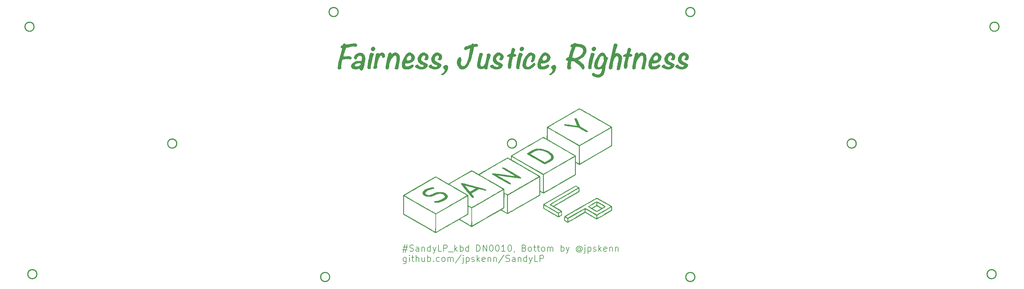
<source format=gto>
G04 #@! TF.GenerationSoftware,KiCad,Pcbnew,8.0.5*
G04 #@! TF.CreationDate,2024-09-18T07:56:29+09:00*
G04 #@! TF.ProjectId,SandyLP_Plate_Bottom,53616e64-794c-4505-9f50-6c6174655f42,v.0*
G04 #@! TF.SameCoordinates,Original*
G04 #@! TF.FileFunction,Legend,Top*
G04 #@! TF.FilePolarity,Positive*
%FSLAX46Y46*%
G04 Gerber Fmt 4.6, Leading zero omitted, Abs format (unit mm)*
G04 Created by KiCad (PCBNEW 8.0.5) date 2024-09-18 07:56:29*
%MOMM*%
%LPD*%
G01*
G04 APERTURE LIST*
%ADD10C,0.200000*%
%ADD11C,0.900000*%
%ADD12C,0.330000*%
%ADD13C,0.000000*%
%ADD14C,2.200000*%
G04 APERTURE END LIST*
D10*
X128680010Y-103667006D02*
X129965724Y-103667006D01*
X129194295Y-102895577D02*
X128680010Y-105209863D01*
X129794295Y-104438434D02*
X128508581Y-104438434D01*
X129280010Y-105209863D02*
X129794295Y-102895577D01*
X130480010Y-104781292D02*
X130737153Y-104867006D01*
X130737153Y-104867006D02*
X131165724Y-104867006D01*
X131165724Y-104867006D02*
X131337153Y-104781292D01*
X131337153Y-104781292D02*
X131422867Y-104695577D01*
X131422867Y-104695577D02*
X131508581Y-104524149D01*
X131508581Y-104524149D02*
X131508581Y-104352720D01*
X131508581Y-104352720D02*
X131422867Y-104181292D01*
X131422867Y-104181292D02*
X131337153Y-104095577D01*
X131337153Y-104095577D02*
X131165724Y-104009863D01*
X131165724Y-104009863D02*
X130822867Y-103924149D01*
X130822867Y-103924149D02*
X130651438Y-103838434D01*
X130651438Y-103838434D02*
X130565724Y-103752720D01*
X130565724Y-103752720D02*
X130480010Y-103581292D01*
X130480010Y-103581292D02*
X130480010Y-103409863D01*
X130480010Y-103409863D02*
X130565724Y-103238434D01*
X130565724Y-103238434D02*
X130651438Y-103152720D01*
X130651438Y-103152720D02*
X130822867Y-103067006D01*
X130822867Y-103067006D02*
X131251438Y-103067006D01*
X131251438Y-103067006D02*
X131508581Y-103152720D01*
X133051439Y-104867006D02*
X133051439Y-103924149D01*
X133051439Y-103924149D02*
X132965724Y-103752720D01*
X132965724Y-103752720D02*
X132794296Y-103667006D01*
X132794296Y-103667006D02*
X132451439Y-103667006D01*
X132451439Y-103667006D02*
X132280010Y-103752720D01*
X133051439Y-104781292D02*
X132880010Y-104867006D01*
X132880010Y-104867006D02*
X132451439Y-104867006D01*
X132451439Y-104867006D02*
X132280010Y-104781292D01*
X132280010Y-104781292D02*
X132194296Y-104609863D01*
X132194296Y-104609863D02*
X132194296Y-104438434D01*
X132194296Y-104438434D02*
X132280010Y-104267006D01*
X132280010Y-104267006D02*
X132451439Y-104181292D01*
X132451439Y-104181292D02*
X132880010Y-104181292D01*
X132880010Y-104181292D02*
X133051439Y-104095577D01*
X133908581Y-103667006D02*
X133908581Y-104867006D01*
X133908581Y-103838434D02*
X133994295Y-103752720D01*
X133994295Y-103752720D02*
X134165724Y-103667006D01*
X134165724Y-103667006D02*
X134422867Y-103667006D01*
X134422867Y-103667006D02*
X134594295Y-103752720D01*
X134594295Y-103752720D02*
X134680010Y-103924149D01*
X134680010Y-103924149D02*
X134680010Y-104867006D01*
X136308581Y-104867006D02*
X136308581Y-103067006D01*
X136308581Y-104781292D02*
X136137152Y-104867006D01*
X136137152Y-104867006D02*
X135794295Y-104867006D01*
X135794295Y-104867006D02*
X135622866Y-104781292D01*
X135622866Y-104781292D02*
X135537152Y-104695577D01*
X135537152Y-104695577D02*
X135451438Y-104524149D01*
X135451438Y-104524149D02*
X135451438Y-104009863D01*
X135451438Y-104009863D02*
X135537152Y-103838434D01*
X135537152Y-103838434D02*
X135622866Y-103752720D01*
X135622866Y-103752720D02*
X135794295Y-103667006D01*
X135794295Y-103667006D02*
X136137152Y-103667006D01*
X136137152Y-103667006D02*
X136308581Y-103752720D01*
X136994294Y-103667006D02*
X137422866Y-104867006D01*
X137851437Y-103667006D02*
X137422866Y-104867006D01*
X137422866Y-104867006D02*
X137251437Y-105295577D01*
X137251437Y-105295577D02*
X137165723Y-105381292D01*
X137165723Y-105381292D02*
X136994294Y-105467006D01*
X139394295Y-104867006D02*
X138537152Y-104867006D01*
X138537152Y-104867006D02*
X138537152Y-103067006D01*
X139994295Y-104867006D02*
X139994295Y-103067006D01*
X139994295Y-103067006D02*
X140680009Y-103067006D01*
X140680009Y-103067006D02*
X140851438Y-103152720D01*
X140851438Y-103152720D02*
X140937152Y-103238434D01*
X140937152Y-103238434D02*
X141022866Y-103409863D01*
X141022866Y-103409863D02*
X141022866Y-103667006D01*
X141022866Y-103667006D02*
X140937152Y-103838434D01*
X140937152Y-103838434D02*
X140851438Y-103924149D01*
X140851438Y-103924149D02*
X140680009Y-104009863D01*
X140680009Y-104009863D02*
X139994295Y-104009863D01*
X141365724Y-105038434D02*
X142737152Y-105038434D01*
X143165724Y-104867006D02*
X143165724Y-103067006D01*
X143337153Y-104181292D02*
X143851438Y-104867006D01*
X143851438Y-103667006D02*
X143165724Y-104352720D01*
X144622867Y-104867006D02*
X144622867Y-103067006D01*
X144622867Y-103752720D02*
X144794296Y-103667006D01*
X144794296Y-103667006D02*
X145137153Y-103667006D01*
X145137153Y-103667006D02*
X145308581Y-103752720D01*
X145308581Y-103752720D02*
X145394296Y-103838434D01*
X145394296Y-103838434D02*
X145480010Y-104009863D01*
X145480010Y-104009863D02*
X145480010Y-104524149D01*
X145480010Y-104524149D02*
X145394296Y-104695577D01*
X145394296Y-104695577D02*
X145308581Y-104781292D01*
X145308581Y-104781292D02*
X145137153Y-104867006D01*
X145137153Y-104867006D02*
X144794296Y-104867006D01*
X144794296Y-104867006D02*
X144622867Y-104781292D01*
X147022867Y-104867006D02*
X147022867Y-103067006D01*
X147022867Y-104781292D02*
X146851438Y-104867006D01*
X146851438Y-104867006D02*
X146508581Y-104867006D01*
X146508581Y-104867006D02*
X146337152Y-104781292D01*
X146337152Y-104781292D02*
X146251438Y-104695577D01*
X146251438Y-104695577D02*
X146165724Y-104524149D01*
X146165724Y-104524149D02*
X146165724Y-104009863D01*
X146165724Y-104009863D02*
X146251438Y-103838434D01*
X146251438Y-103838434D02*
X146337152Y-103752720D01*
X146337152Y-103752720D02*
X146508581Y-103667006D01*
X146508581Y-103667006D02*
X146851438Y-103667006D01*
X146851438Y-103667006D02*
X147022867Y-103752720D01*
X149251438Y-104867006D02*
X149251438Y-103067006D01*
X149251438Y-103067006D02*
X149680009Y-103067006D01*
X149680009Y-103067006D02*
X149937152Y-103152720D01*
X149937152Y-103152720D02*
X150108581Y-103324149D01*
X150108581Y-103324149D02*
X150194295Y-103495577D01*
X150194295Y-103495577D02*
X150280009Y-103838434D01*
X150280009Y-103838434D02*
X150280009Y-104095577D01*
X150280009Y-104095577D02*
X150194295Y-104438434D01*
X150194295Y-104438434D02*
X150108581Y-104609863D01*
X150108581Y-104609863D02*
X149937152Y-104781292D01*
X149937152Y-104781292D02*
X149680009Y-104867006D01*
X149680009Y-104867006D02*
X149251438Y-104867006D01*
X151051438Y-104867006D02*
X151051438Y-103067006D01*
X151051438Y-103067006D02*
X152080009Y-104867006D01*
X152080009Y-104867006D02*
X152080009Y-103067006D01*
X153280009Y-103067006D02*
X153451438Y-103067006D01*
X153451438Y-103067006D02*
X153622866Y-103152720D01*
X153622866Y-103152720D02*
X153708581Y-103238434D01*
X153708581Y-103238434D02*
X153794295Y-103409863D01*
X153794295Y-103409863D02*
X153880009Y-103752720D01*
X153880009Y-103752720D02*
X153880009Y-104181292D01*
X153880009Y-104181292D02*
X153794295Y-104524149D01*
X153794295Y-104524149D02*
X153708581Y-104695577D01*
X153708581Y-104695577D02*
X153622866Y-104781292D01*
X153622866Y-104781292D02*
X153451438Y-104867006D01*
X153451438Y-104867006D02*
X153280009Y-104867006D01*
X153280009Y-104867006D02*
X153108581Y-104781292D01*
X153108581Y-104781292D02*
X153022866Y-104695577D01*
X153022866Y-104695577D02*
X152937152Y-104524149D01*
X152937152Y-104524149D02*
X152851438Y-104181292D01*
X152851438Y-104181292D02*
X152851438Y-103752720D01*
X152851438Y-103752720D02*
X152937152Y-103409863D01*
X152937152Y-103409863D02*
X153022866Y-103238434D01*
X153022866Y-103238434D02*
X153108581Y-103152720D01*
X153108581Y-103152720D02*
X153280009Y-103067006D01*
X154994295Y-103067006D02*
X155165724Y-103067006D01*
X155165724Y-103067006D02*
X155337152Y-103152720D01*
X155337152Y-103152720D02*
X155422867Y-103238434D01*
X155422867Y-103238434D02*
X155508581Y-103409863D01*
X155508581Y-103409863D02*
X155594295Y-103752720D01*
X155594295Y-103752720D02*
X155594295Y-104181292D01*
X155594295Y-104181292D02*
X155508581Y-104524149D01*
X155508581Y-104524149D02*
X155422867Y-104695577D01*
X155422867Y-104695577D02*
X155337152Y-104781292D01*
X155337152Y-104781292D02*
X155165724Y-104867006D01*
X155165724Y-104867006D02*
X154994295Y-104867006D01*
X154994295Y-104867006D02*
X154822867Y-104781292D01*
X154822867Y-104781292D02*
X154737152Y-104695577D01*
X154737152Y-104695577D02*
X154651438Y-104524149D01*
X154651438Y-104524149D02*
X154565724Y-104181292D01*
X154565724Y-104181292D02*
X154565724Y-103752720D01*
X154565724Y-103752720D02*
X154651438Y-103409863D01*
X154651438Y-103409863D02*
X154737152Y-103238434D01*
X154737152Y-103238434D02*
X154822867Y-103152720D01*
X154822867Y-103152720D02*
X154994295Y-103067006D01*
X157308581Y-104867006D02*
X156280010Y-104867006D01*
X156794295Y-104867006D02*
X156794295Y-103067006D01*
X156794295Y-103067006D02*
X156622867Y-103324149D01*
X156622867Y-103324149D02*
X156451438Y-103495577D01*
X156451438Y-103495577D02*
X156280010Y-103581292D01*
X158422867Y-103067006D02*
X158594296Y-103067006D01*
X158594296Y-103067006D02*
X158765724Y-103152720D01*
X158765724Y-103152720D02*
X158851439Y-103238434D01*
X158851439Y-103238434D02*
X158937153Y-103409863D01*
X158937153Y-103409863D02*
X159022867Y-103752720D01*
X159022867Y-103752720D02*
X159022867Y-104181292D01*
X159022867Y-104181292D02*
X158937153Y-104524149D01*
X158937153Y-104524149D02*
X158851439Y-104695577D01*
X158851439Y-104695577D02*
X158765724Y-104781292D01*
X158765724Y-104781292D02*
X158594296Y-104867006D01*
X158594296Y-104867006D02*
X158422867Y-104867006D01*
X158422867Y-104867006D02*
X158251439Y-104781292D01*
X158251439Y-104781292D02*
X158165724Y-104695577D01*
X158165724Y-104695577D02*
X158080010Y-104524149D01*
X158080010Y-104524149D02*
X157994296Y-104181292D01*
X157994296Y-104181292D02*
X157994296Y-103752720D01*
X157994296Y-103752720D02*
X158080010Y-103409863D01*
X158080010Y-103409863D02*
X158165724Y-103238434D01*
X158165724Y-103238434D02*
X158251439Y-103152720D01*
X158251439Y-103152720D02*
X158422867Y-103067006D01*
X159880010Y-104781292D02*
X159880010Y-104867006D01*
X159880010Y-104867006D02*
X159794296Y-105038434D01*
X159794296Y-105038434D02*
X159708582Y-105124149D01*
X162622868Y-103924149D02*
X162880011Y-104009863D01*
X162880011Y-104009863D02*
X162965725Y-104095577D01*
X162965725Y-104095577D02*
X163051439Y-104267006D01*
X163051439Y-104267006D02*
X163051439Y-104524149D01*
X163051439Y-104524149D02*
X162965725Y-104695577D01*
X162965725Y-104695577D02*
X162880011Y-104781292D01*
X162880011Y-104781292D02*
X162708582Y-104867006D01*
X162708582Y-104867006D02*
X162022868Y-104867006D01*
X162022868Y-104867006D02*
X162022868Y-103067006D01*
X162022868Y-103067006D02*
X162622868Y-103067006D01*
X162622868Y-103067006D02*
X162794297Y-103152720D01*
X162794297Y-103152720D02*
X162880011Y-103238434D01*
X162880011Y-103238434D02*
X162965725Y-103409863D01*
X162965725Y-103409863D02*
X162965725Y-103581292D01*
X162965725Y-103581292D02*
X162880011Y-103752720D01*
X162880011Y-103752720D02*
X162794297Y-103838434D01*
X162794297Y-103838434D02*
X162622868Y-103924149D01*
X162622868Y-103924149D02*
X162022868Y-103924149D01*
X164080011Y-104867006D02*
X163908582Y-104781292D01*
X163908582Y-104781292D02*
X163822868Y-104695577D01*
X163822868Y-104695577D02*
X163737154Y-104524149D01*
X163737154Y-104524149D02*
X163737154Y-104009863D01*
X163737154Y-104009863D02*
X163822868Y-103838434D01*
X163822868Y-103838434D02*
X163908582Y-103752720D01*
X163908582Y-103752720D02*
X164080011Y-103667006D01*
X164080011Y-103667006D02*
X164337154Y-103667006D01*
X164337154Y-103667006D02*
X164508582Y-103752720D01*
X164508582Y-103752720D02*
X164594297Y-103838434D01*
X164594297Y-103838434D02*
X164680011Y-104009863D01*
X164680011Y-104009863D02*
X164680011Y-104524149D01*
X164680011Y-104524149D02*
X164594297Y-104695577D01*
X164594297Y-104695577D02*
X164508582Y-104781292D01*
X164508582Y-104781292D02*
X164337154Y-104867006D01*
X164337154Y-104867006D02*
X164080011Y-104867006D01*
X165194296Y-103667006D02*
X165880010Y-103667006D01*
X165451439Y-103067006D02*
X165451439Y-104609863D01*
X165451439Y-104609863D02*
X165537153Y-104781292D01*
X165537153Y-104781292D02*
X165708582Y-104867006D01*
X165708582Y-104867006D02*
X165880010Y-104867006D01*
X166222867Y-103667006D02*
X166908581Y-103667006D01*
X166480010Y-103067006D02*
X166480010Y-104609863D01*
X166480010Y-104609863D02*
X166565724Y-104781292D01*
X166565724Y-104781292D02*
X166737153Y-104867006D01*
X166737153Y-104867006D02*
X166908581Y-104867006D01*
X167765724Y-104867006D02*
X167594295Y-104781292D01*
X167594295Y-104781292D02*
X167508581Y-104695577D01*
X167508581Y-104695577D02*
X167422867Y-104524149D01*
X167422867Y-104524149D02*
X167422867Y-104009863D01*
X167422867Y-104009863D02*
X167508581Y-103838434D01*
X167508581Y-103838434D02*
X167594295Y-103752720D01*
X167594295Y-103752720D02*
X167765724Y-103667006D01*
X167765724Y-103667006D02*
X168022867Y-103667006D01*
X168022867Y-103667006D02*
X168194295Y-103752720D01*
X168194295Y-103752720D02*
X168280010Y-103838434D01*
X168280010Y-103838434D02*
X168365724Y-104009863D01*
X168365724Y-104009863D02*
X168365724Y-104524149D01*
X168365724Y-104524149D02*
X168280010Y-104695577D01*
X168280010Y-104695577D02*
X168194295Y-104781292D01*
X168194295Y-104781292D02*
X168022867Y-104867006D01*
X168022867Y-104867006D02*
X167765724Y-104867006D01*
X169137152Y-104867006D02*
X169137152Y-103667006D01*
X169137152Y-103838434D02*
X169222866Y-103752720D01*
X169222866Y-103752720D02*
X169394295Y-103667006D01*
X169394295Y-103667006D02*
X169651438Y-103667006D01*
X169651438Y-103667006D02*
X169822866Y-103752720D01*
X169822866Y-103752720D02*
X169908581Y-103924149D01*
X169908581Y-103924149D02*
X169908581Y-104867006D01*
X169908581Y-103924149D02*
X169994295Y-103752720D01*
X169994295Y-103752720D02*
X170165723Y-103667006D01*
X170165723Y-103667006D02*
X170422866Y-103667006D01*
X170422866Y-103667006D02*
X170594295Y-103752720D01*
X170594295Y-103752720D02*
X170680009Y-103924149D01*
X170680009Y-103924149D02*
X170680009Y-104867006D01*
X172908581Y-104867006D02*
X172908581Y-103067006D01*
X172908581Y-103752720D02*
X173080010Y-103667006D01*
X173080010Y-103667006D02*
X173422867Y-103667006D01*
X173422867Y-103667006D02*
X173594295Y-103752720D01*
X173594295Y-103752720D02*
X173680010Y-103838434D01*
X173680010Y-103838434D02*
X173765724Y-104009863D01*
X173765724Y-104009863D02*
X173765724Y-104524149D01*
X173765724Y-104524149D02*
X173680010Y-104695577D01*
X173680010Y-104695577D02*
X173594295Y-104781292D01*
X173594295Y-104781292D02*
X173422867Y-104867006D01*
X173422867Y-104867006D02*
X173080010Y-104867006D01*
X173080010Y-104867006D02*
X172908581Y-104781292D01*
X174365723Y-103667006D02*
X174794295Y-104867006D01*
X175222866Y-103667006D02*
X174794295Y-104867006D01*
X174794295Y-104867006D02*
X174622866Y-105295577D01*
X174622866Y-105295577D02*
X174537152Y-105381292D01*
X174537152Y-105381292D02*
X174365723Y-105467006D01*
X178394296Y-104009863D02*
X178308581Y-103924149D01*
X178308581Y-103924149D02*
X178137153Y-103838434D01*
X178137153Y-103838434D02*
X177965724Y-103838434D01*
X177965724Y-103838434D02*
X177794296Y-103924149D01*
X177794296Y-103924149D02*
X177708581Y-104009863D01*
X177708581Y-104009863D02*
X177622867Y-104181292D01*
X177622867Y-104181292D02*
X177622867Y-104352720D01*
X177622867Y-104352720D02*
X177708581Y-104524149D01*
X177708581Y-104524149D02*
X177794296Y-104609863D01*
X177794296Y-104609863D02*
X177965724Y-104695577D01*
X177965724Y-104695577D02*
X178137153Y-104695577D01*
X178137153Y-104695577D02*
X178308581Y-104609863D01*
X178308581Y-104609863D02*
X178394296Y-104524149D01*
X178394296Y-103838434D02*
X178394296Y-104524149D01*
X178394296Y-104524149D02*
X178480010Y-104609863D01*
X178480010Y-104609863D02*
X178565724Y-104609863D01*
X178565724Y-104609863D02*
X178737153Y-104524149D01*
X178737153Y-104524149D02*
X178822867Y-104352720D01*
X178822867Y-104352720D02*
X178822867Y-103924149D01*
X178822867Y-103924149D02*
X178651439Y-103667006D01*
X178651439Y-103667006D02*
X178394296Y-103495577D01*
X178394296Y-103495577D02*
X178051439Y-103409863D01*
X178051439Y-103409863D02*
X177708581Y-103495577D01*
X177708581Y-103495577D02*
X177451439Y-103667006D01*
X177451439Y-103667006D02*
X177280010Y-103924149D01*
X177280010Y-103924149D02*
X177194296Y-104267006D01*
X177194296Y-104267006D02*
X177280010Y-104609863D01*
X177280010Y-104609863D02*
X177451439Y-104867006D01*
X177451439Y-104867006D02*
X177708581Y-105038434D01*
X177708581Y-105038434D02*
X178051439Y-105124149D01*
X178051439Y-105124149D02*
X178394296Y-105038434D01*
X178394296Y-105038434D02*
X178651439Y-104867006D01*
X179594296Y-103667006D02*
X179594296Y-105209863D01*
X179594296Y-105209863D02*
X179508582Y-105381292D01*
X179508582Y-105381292D02*
X179337153Y-105467006D01*
X179337153Y-105467006D02*
X179251439Y-105467006D01*
X179594296Y-103067006D02*
X179508582Y-103152720D01*
X179508582Y-103152720D02*
X179594296Y-103238434D01*
X179594296Y-103238434D02*
X179680010Y-103152720D01*
X179680010Y-103152720D02*
X179594296Y-103067006D01*
X179594296Y-103067006D02*
X179594296Y-103238434D01*
X180451439Y-103667006D02*
X180451439Y-105467006D01*
X180451439Y-103752720D02*
X180622868Y-103667006D01*
X180622868Y-103667006D02*
X180965725Y-103667006D01*
X180965725Y-103667006D02*
X181137153Y-103752720D01*
X181137153Y-103752720D02*
X181222868Y-103838434D01*
X181222868Y-103838434D02*
X181308582Y-104009863D01*
X181308582Y-104009863D02*
X181308582Y-104524149D01*
X181308582Y-104524149D02*
X181222868Y-104695577D01*
X181222868Y-104695577D02*
X181137153Y-104781292D01*
X181137153Y-104781292D02*
X180965725Y-104867006D01*
X180965725Y-104867006D02*
X180622868Y-104867006D01*
X180622868Y-104867006D02*
X180451439Y-104781292D01*
X181994296Y-104781292D02*
X182165724Y-104867006D01*
X182165724Y-104867006D02*
X182508581Y-104867006D01*
X182508581Y-104867006D02*
X182680010Y-104781292D01*
X182680010Y-104781292D02*
X182765724Y-104609863D01*
X182765724Y-104609863D02*
X182765724Y-104524149D01*
X182765724Y-104524149D02*
X182680010Y-104352720D01*
X182680010Y-104352720D02*
X182508581Y-104267006D01*
X182508581Y-104267006D02*
X182251439Y-104267006D01*
X182251439Y-104267006D02*
X182080010Y-104181292D01*
X182080010Y-104181292D02*
X181994296Y-104009863D01*
X181994296Y-104009863D02*
X181994296Y-103924149D01*
X181994296Y-103924149D02*
X182080010Y-103752720D01*
X182080010Y-103752720D02*
X182251439Y-103667006D01*
X182251439Y-103667006D02*
X182508581Y-103667006D01*
X182508581Y-103667006D02*
X182680010Y-103752720D01*
X183537153Y-104867006D02*
X183537153Y-103067006D01*
X183708582Y-104181292D02*
X184222867Y-104867006D01*
X184222867Y-103667006D02*
X183537153Y-104352720D01*
X185680010Y-104781292D02*
X185508582Y-104867006D01*
X185508582Y-104867006D02*
X185165725Y-104867006D01*
X185165725Y-104867006D02*
X184994296Y-104781292D01*
X184994296Y-104781292D02*
X184908582Y-104609863D01*
X184908582Y-104609863D02*
X184908582Y-103924149D01*
X184908582Y-103924149D02*
X184994296Y-103752720D01*
X184994296Y-103752720D02*
X185165725Y-103667006D01*
X185165725Y-103667006D02*
X185508582Y-103667006D01*
X185508582Y-103667006D02*
X185680010Y-103752720D01*
X185680010Y-103752720D02*
X185765725Y-103924149D01*
X185765725Y-103924149D02*
X185765725Y-104095577D01*
X185765725Y-104095577D02*
X184908582Y-104267006D01*
X186537153Y-103667006D02*
X186537153Y-104867006D01*
X186537153Y-103838434D02*
X186622867Y-103752720D01*
X186622867Y-103752720D02*
X186794296Y-103667006D01*
X186794296Y-103667006D02*
X187051439Y-103667006D01*
X187051439Y-103667006D02*
X187222867Y-103752720D01*
X187222867Y-103752720D02*
X187308582Y-103924149D01*
X187308582Y-103924149D02*
X187308582Y-104867006D01*
X188165724Y-103667006D02*
X188165724Y-104867006D01*
X188165724Y-103838434D02*
X188251438Y-103752720D01*
X188251438Y-103752720D02*
X188422867Y-103667006D01*
X188422867Y-103667006D02*
X188680010Y-103667006D01*
X188680010Y-103667006D02*
X188851438Y-103752720D01*
X188851438Y-103752720D02*
X188937153Y-103924149D01*
X188937153Y-103924149D02*
X188937153Y-104867006D01*
X129537153Y-106564905D02*
X129537153Y-108022048D01*
X129537153Y-108022048D02*
X129451438Y-108193476D01*
X129451438Y-108193476D02*
X129365724Y-108279191D01*
X129365724Y-108279191D02*
X129194295Y-108364905D01*
X129194295Y-108364905D02*
X128937153Y-108364905D01*
X128937153Y-108364905D02*
X128765724Y-108279191D01*
X129537153Y-107679191D02*
X129365724Y-107764905D01*
X129365724Y-107764905D02*
X129022867Y-107764905D01*
X129022867Y-107764905D02*
X128851438Y-107679191D01*
X128851438Y-107679191D02*
X128765724Y-107593476D01*
X128765724Y-107593476D02*
X128680010Y-107422048D01*
X128680010Y-107422048D02*
X128680010Y-106907762D01*
X128680010Y-106907762D02*
X128765724Y-106736333D01*
X128765724Y-106736333D02*
X128851438Y-106650619D01*
X128851438Y-106650619D02*
X129022867Y-106564905D01*
X129022867Y-106564905D02*
X129365724Y-106564905D01*
X129365724Y-106564905D02*
X129537153Y-106650619D01*
X130394295Y-107764905D02*
X130394295Y-106564905D01*
X130394295Y-105964905D02*
X130308581Y-106050619D01*
X130308581Y-106050619D02*
X130394295Y-106136333D01*
X130394295Y-106136333D02*
X130480009Y-106050619D01*
X130480009Y-106050619D02*
X130394295Y-105964905D01*
X130394295Y-105964905D02*
X130394295Y-106136333D01*
X130994295Y-106564905D02*
X131680009Y-106564905D01*
X131251438Y-105964905D02*
X131251438Y-107507762D01*
X131251438Y-107507762D02*
X131337152Y-107679191D01*
X131337152Y-107679191D02*
X131508581Y-107764905D01*
X131508581Y-107764905D02*
X131680009Y-107764905D01*
X132280009Y-107764905D02*
X132280009Y-105964905D01*
X133051438Y-107764905D02*
X133051438Y-106822048D01*
X133051438Y-106822048D02*
X132965723Y-106650619D01*
X132965723Y-106650619D02*
X132794295Y-106564905D01*
X132794295Y-106564905D02*
X132537152Y-106564905D01*
X132537152Y-106564905D02*
X132365723Y-106650619D01*
X132365723Y-106650619D02*
X132280009Y-106736333D01*
X134680009Y-106564905D02*
X134680009Y-107764905D01*
X133908580Y-106564905D02*
X133908580Y-107507762D01*
X133908580Y-107507762D02*
X133994294Y-107679191D01*
X133994294Y-107679191D02*
X134165723Y-107764905D01*
X134165723Y-107764905D02*
X134422866Y-107764905D01*
X134422866Y-107764905D02*
X134594294Y-107679191D01*
X134594294Y-107679191D02*
X134680009Y-107593476D01*
X135537151Y-107764905D02*
X135537151Y-105964905D01*
X135537151Y-106650619D02*
X135708580Y-106564905D01*
X135708580Y-106564905D02*
X136051437Y-106564905D01*
X136051437Y-106564905D02*
X136222865Y-106650619D01*
X136222865Y-106650619D02*
X136308580Y-106736333D01*
X136308580Y-106736333D02*
X136394294Y-106907762D01*
X136394294Y-106907762D02*
X136394294Y-107422048D01*
X136394294Y-107422048D02*
X136308580Y-107593476D01*
X136308580Y-107593476D02*
X136222865Y-107679191D01*
X136222865Y-107679191D02*
X136051437Y-107764905D01*
X136051437Y-107764905D02*
X135708580Y-107764905D01*
X135708580Y-107764905D02*
X135537151Y-107679191D01*
X137165722Y-107593476D02*
X137251436Y-107679191D01*
X137251436Y-107679191D02*
X137165722Y-107764905D01*
X137165722Y-107764905D02*
X137080008Y-107679191D01*
X137080008Y-107679191D02*
X137165722Y-107593476D01*
X137165722Y-107593476D02*
X137165722Y-107764905D01*
X138794294Y-107679191D02*
X138622865Y-107764905D01*
X138622865Y-107764905D02*
X138280008Y-107764905D01*
X138280008Y-107764905D02*
X138108579Y-107679191D01*
X138108579Y-107679191D02*
X138022865Y-107593476D01*
X138022865Y-107593476D02*
X137937151Y-107422048D01*
X137937151Y-107422048D02*
X137937151Y-106907762D01*
X137937151Y-106907762D02*
X138022865Y-106736333D01*
X138022865Y-106736333D02*
X138108579Y-106650619D01*
X138108579Y-106650619D02*
X138280008Y-106564905D01*
X138280008Y-106564905D02*
X138622865Y-106564905D01*
X138622865Y-106564905D02*
X138794294Y-106650619D01*
X139822865Y-107764905D02*
X139651436Y-107679191D01*
X139651436Y-107679191D02*
X139565722Y-107593476D01*
X139565722Y-107593476D02*
X139480008Y-107422048D01*
X139480008Y-107422048D02*
X139480008Y-106907762D01*
X139480008Y-106907762D02*
X139565722Y-106736333D01*
X139565722Y-106736333D02*
X139651436Y-106650619D01*
X139651436Y-106650619D02*
X139822865Y-106564905D01*
X139822865Y-106564905D02*
X140080008Y-106564905D01*
X140080008Y-106564905D02*
X140251436Y-106650619D01*
X140251436Y-106650619D02*
X140337151Y-106736333D01*
X140337151Y-106736333D02*
X140422865Y-106907762D01*
X140422865Y-106907762D02*
X140422865Y-107422048D01*
X140422865Y-107422048D02*
X140337151Y-107593476D01*
X140337151Y-107593476D02*
X140251436Y-107679191D01*
X140251436Y-107679191D02*
X140080008Y-107764905D01*
X140080008Y-107764905D02*
X139822865Y-107764905D01*
X141194293Y-107764905D02*
X141194293Y-106564905D01*
X141194293Y-106736333D02*
X141280007Y-106650619D01*
X141280007Y-106650619D02*
X141451436Y-106564905D01*
X141451436Y-106564905D02*
X141708579Y-106564905D01*
X141708579Y-106564905D02*
X141880007Y-106650619D01*
X141880007Y-106650619D02*
X141965722Y-106822048D01*
X141965722Y-106822048D02*
X141965722Y-107764905D01*
X141965722Y-106822048D02*
X142051436Y-106650619D01*
X142051436Y-106650619D02*
X142222864Y-106564905D01*
X142222864Y-106564905D02*
X142480007Y-106564905D01*
X142480007Y-106564905D02*
X142651436Y-106650619D01*
X142651436Y-106650619D02*
X142737150Y-106822048D01*
X142737150Y-106822048D02*
X142737150Y-107764905D01*
X144880007Y-105879191D02*
X143337150Y-108193476D01*
X145480007Y-106564905D02*
X145480007Y-108107762D01*
X145480007Y-108107762D02*
X145394293Y-108279191D01*
X145394293Y-108279191D02*
X145222864Y-108364905D01*
X145222864Y-108364905D02*
X145137150Y-108364905D01*
X145480007Y-105964905D02*
X145394293Y-106050619D01*
X145394293Y-106050619D02*
X145480007Y-106136333D01*
X145480007Y-106136333D02*
X145565721Y-106050619D01*
X145565721Y-106050619D02*
X145480007Y-105964905D01*
X145480007Y-105964905D02*
X145480007Y-106136333D01*
X146337150Y-106564905D02*
X146337150Y-108364905D01*
X146337150Y-106650619D02*
X146508579Y-106564905D01*
X146508579Y-106564905D02*
X146851436Y-106564905D01*
X146851436Y-106564905D02*
X147022864Y-106650619D01*
X147022864Y-106650619D02*
X147108579Y-106736333D01*
X147108579Y-106736333D02*
X147194293Y-106907762D01*
X147194293Y-106907762D02*
X147194293Y-107422048D01*
X147194293Y-107422048D02*
X147108579Y-107593476D01*
X147108579Y-107593476D02*
X147022864Y-107679191D01*
X147022864Y-107679191D02*
X146851436Y-107764905D01*
X146851436Y-107764905D02*
X146508579Y-107764905D01*
X146508579Y-107764905D02*
X146337150Y-107679191D01*
X147880007Y-107679191D02*
X148051435Y-107764905D01*
X148051435Y-107764905D02*
X148394292Y-107764905D01*
X148394292Y-107764905D02*
X148565721Y-107679191D01*
X148565721Y-107679191D02*
X148651435Y-107507762D01*
X148651435Y-107507762D02*
X148651435Y-107422048D01*
X148651435Y-107422048D02*
X148565721Y-107250619D01*
X148565721Y-107250619D02*
X148394292Y-107164905D01*
X148394292Y-107164905D02*
X148137150Y-107164905D01*
X148137150Y-107164905D02*
X147965721Y-107079191D01*
X147965721Y-107079191D02*
X147880007Y-106907762D01*
X147880007Y-106907762D02*
X147880007Y-106822048D01*
X147880007Y-106822048D02*
X147965721Y-106650619D01*
X147965721Y-106650619D02*
X148137150Y-106564905D01*
X148137150Y-106564905D02*
X148394292Y-106564905D01*
X148394292Y-106564905D02*
X148565721Y-106650619D01*
X149422864Y-107764905D02*
X149422864Y-105964905D01*
X149594293Y-107079191D02*
X150108578Y-107764905D01*
X150108578Y-106564905D02*
X149422864Y-107250619D01*
X151565721Y-107679191D02*
X151394293Y-107764905D01*
X151394293Y-107764905D02*
X151051436Y-107764905D01*
X151051436Y-107764905D02*
X150880007Y-107679191D01*
X150880007Y-107679191D02*
X150794293Y-107507762D01*
X150794293Y-107507762D02*
X150794293Y-106822048D01*
X150794293Y-106822048D02*
X150880007Y-106650619D01*
X150880007Y-106650619D02*
X151051436Y-106564905D01*
X151051436Y-106564905D02*
X151394293Y-106564905D01*
X151394293Y-106564905D02*
X151565721Y-106650619D01*
X151565721Y-106650619D02*
X151651436Y-106822048D01*
X151651436Y-106822048D02*
X151651436Y-106993476D01*
X151651436Y-106993476D02*
X150794293Y-107164905D01*
X152422864Y-106564905D02*
X152422864Y-107764905D01*
X152422864Y-106736333D02*
X152508578Y-106650619D01*
X152508578Y-106650619D02*
X152680007Y-106564905D01*
X152680007Y-106564905D02*
X152937150Y-106564905D01*
X152937150Y-106564905D02*
X153108578Y-106650619D01*
X153108578Y-106650619D02*
X153194293Y-106822048D01*
X153194293Y-106822048D02*
X153194293Y-107764905D01*
X154051435Y-106564905D02*
X154051435Y-107764905D01*
X154051435Y-106736333D02*
X154137149Y-106650619D01*
X154137149Y-106650619D02*
X154308578Y-106564905D01*
X154308578Y-106564905D02*
X154565721Y-106564905D01*
X154565721Y-106564905D02*
X154737149Y-106650619D01*
X154737149Y-106650619D02*
X154822864Y-106822048D01*
X154822864Y-106822048D02*
X154822864Y-107764905D01*
X156965720Y-105879191D02*
X155422863Y-108193476D01*
X157480006Y-107679191D02*
X157737149Y-107764905D01*
X157737149Y-107764905D02*
X158165720Y-107764905D01*
X158165720Y-107764905D02*
X158337149Y-107679191D01*
X158337149Y-107679191D02*
X158422863Y-107593476D01*
X158422863Y-107593476D02*
X158508577Y-107422048D01*
X158508577Y-107422048D02*
X158508577Y-107250619D01*
X158508577Y-107250619D02*
X158422863Y-107079191D01*
X158422863Y-107079191D02*
X158337149Y-106993476D01*
X158337149Y-106993476D02*
X158165720Y-106907762D01*
X158165720Y-106907762D02*
X157822863Y-106822048D01*
X157822863Y-106822048D02*
X157651434Y-106736333D01*
X157651434Y-106736333D02*
X157565720Y-106650619D01*
X157565720Y-106650619D02*
X157480006Y-106479191D01*
X157480006Y-106479191D02*
X157480006Y-106307762D01*
X157480006Y-106307762D02*
X157565720Y-106136333D01*
X157565720Y-106136333D02*
X157651434Y-106050619D01*
X157651434Y-106050619D02*
X157822863Y-105964905D01*
X157822863Y-105964905D02*
X158251434Y-105964905D01*
X158251434Y-105964905D02*
X158508577Y-106050619D01*
X160051435Y-107764905D02*
X160051435Y-106822048D01*
X160051435Y-106822048D02*
X159965720Y-106650619D01*
X159965720Y-106650619D02*
X159794292Y-106564905D01*
X159794292Y-106564905D02*
X159451435Y-106564905D01*
X159451435Y-106564905D02*
X159280006Y-106650619D01*
X160051435Y-107679191D02*
X159880006Y-107764905D01*
X159880006Y-107764905D02*
X159451435Y-107764905D01*
X159451435Y-107764905D02*
X159280006Y-107679191D01*
X159280006Y-107679191D02*
X159194292Y-107507762D01*
X159194292Y-107507762D02*
X159194292Y-107336333D01*
X159194292Y-107336333D02*
X159280006Y-107164905D01*
X159280006Y-107164905D02*
X159451435Y-107079191D01*
X159451435Y-107079191D02*
X159880006Y-107079191D01*
X159880006Y-107079191D02*
X160051435Y-106993476D01*
X160908577Y-106564905D02*
X160908577Y-107764905D01*
X160908577Y-106736333D02*
X160994291Y-106650619D01*
X160994291Y-106650619D02*
X161165720Y-106564905D01*
X161165720Y-106564905D02*
X161422863Y-106564905D01*
X161422863Y-106564905D02*
X161594291Y-106650619D01*
X161594291Y-106650619D02*
X161680006Y-106822048D01*
X161680006Y-106822048D02*
X161680006Y-107764905D01*
X163308577Y-107764905D02*
X163308577Y-105964905D01*
X163308577Y-107679191D02*
X163137148Y-107764905D01*
X163137148Y-107764905D02*
X162794291Y-107764905D01*
X162794291Y-107764905D02*
X162622862Y-107679191D01*
X162622862Y-107679191D02*
X162537148Y-107593476D01*
X162537148Y-107593476D02*
X162451434Y-107422048D01*
X162451434Y-107422048D02*
X162451434Y-106907762D01*
X162451434Y-106907762D02*
X162537148Y-106736333D01*
X162537148Y-106736333D02*
X162622862Y-106650619D01*
X162622862Y-106650619D02*
X162794291Y-106564905D01*
X162794291Y-106564905D02*
X163137148Y-106564905D01*
X163137148Y-106564905D02*
X163308577Y-106650619D01*
X163994290Y-106564905D02*
X164422862Y-107764905D01*
X164851433Y-106564905D02*
X164422862Y-107764905D01*
X164422862Y-107764905D02*
X164251433Y-108193476D01*
X164251433Y-108193476D02*
X164165719Y-108279191D01*
X164165719Y-108279191D02*
X163994290Y-108364905D01*
X166394291Y-107764905D02*
X165537148Y-107764905D01*
X165537148Y-107764905D02*
X165537148Y-105964905D01*
X166994291Y-107764905D02*
X166994291Y-105964905D01*
X166994291Y-105964905D02*
X167680005Y-105964905D01*
X167680005Y-105964905D02*
X167851434Y-106050619D01*
X167851434Y-106050619D02*
X167937148Y-106136333D01*
X167937148Y-106136333D02*
X168022862Y-106307762D01*
X168022862Y-106307762D02*
X168022862Y-106564905D01*
X168022862Y-106564905D02*
X167937148Y-106736333D01*
X167937148Y-106736333D02*
X167851434Y-106822048D01*
X167851434Y-106822048D02*
X167680005Y-106907762D01*
X167680005Y-106907762D02*
X166994291Y-106907762D01*
D11*
G36*
X115755304Y-47073298D02*
G01*
X115603675Y-47346783D01*
X115322227Y-47463600D01*
X115177913Y-47473367D01*
X114996197Y-47429404D01*
X114815946Y-47383975D01*
X114502534Y-47403023D01*
X114201026Y-47446943D01*
X113898959Y-47507393D01*
X113735904Y-47545175D01*
X113430665Y-47619020D01*
X113133678Y-47689024D01*
X112845398Y-47753476D01*
X112648535Y-47791372D01*
X112545842Y-48085667D01*
X112443846Y-48378339D01*
X112342545Y-48669388D01*
X112286567Y-48830381D01*
X112187557Y-49133456D01*
X112095220Y-49442228D01*
X112016280Y-49745337D01*
X111986148Y-49881113D01*
X111996066Y-50179092D01*
X112082868Y-50213772D01*
X112157606Y-50200583D01*
X112458140Y-50167713D01*
X112761358Y-50137961D01*
X113076196Y-50113308D01*
X113327041Y-50103863D01*
X113621854Y-50126583D01*
X113928978Y-50222565D01*
X114175329Y-50417310D01*
X114275192Y-50578671D01*
X114173320Y-50855505D01*
X113921054Y-51028970D01*
X113863398Y-51032963D01*
X113691940Y-50990464D01*
X113520482Y-50947966D01*
X113227350Y-50954738D01*
X113137997Y-50958224D01*
X112838235Y-50958224D01*
X112758444Y-50958224D01*
X112438619Y-50964378D01*
X112135078Y-50985363D01*
X111882100Y-51021239D01*
X111666678Y-51120890D01*
X111565562Y-51383207D01*
X111491732Y-51675102D01*
X111467376Y-51787673D01*
X111408552Y-52077147D01*
X111348867Y-52389658D01*
X111297553Y-52692321D01*
X111262121Y-52998324D01*
X111272470Y-53121239D01*
X111366557Y-53403820D01*
X111364794Y-53424589D01*
X111192885Y-53669141D01*
X111134717Y-53713284D01*
X110866264Y-53846549D01*
X110790335Y-53855433D01*
X110490846Y-53793394D01*
X110365352Y-53635614D01*
X110317439Y-53313014D01*
X110327156Y-53000850D01*
X110363838Y-52676686D01*
X110414399Y-52366643D01*
X110467934Y-52092488D01*
X110537418Y-51787207D01*
X110615728Y-51478430D01*
X110694210Y-51187900D01*
X110784714Y-50867174D01*
X110887238Y-50516252D01*
X110977913Y-50213772D01*
X111068589Y-49910949D01*
X111151570Y-49627498D01*
X111244478Y-49300425D01*
X111325364Y-49003619D01*
X111406560Y-48687407D01*
X111479409Y-48373580D01*
X111487893Y-48333591D01*
X111537715Y-48034710D01*
X111511340Y-47871972D01*
X111440998Y-47882230D01*
X111373587Y-47892488D01*
X111177216Y-47723961D01*
X111129862Y-47433902D01*
X111134717Y-47405956D01*
X111332027Y-47174987D01*
X111382380Y-47152432D01*
X111677460Y-47062290D01*
X111734089Y-47046919D01*
X111753140Y-46898908D01*
X111896755Y-46629630D01*
X112178123Y-46539871D01*
X112461237Y-46657663D01*
X112693283Y-46853439D01*
X112714480Y-46873995D01*
X113022467Y-46814284D01*
X113311700Y-46760445D01*
X113668172Y-46697797D01*
X113991305Y-46645590D01*
X114348339Y-46595015D01*
X114653280Y-46560754D01*
X114950447Y-46541176D01*
X115032833Y-46539871D01*
X115324926Y-46571304D01*
X115542812Y-46651246D01*
X115747806Y-46869319D01*
X115755304Y-47073298D01*
G37*
G36*
X116892729Y-49189773D02*
G01*
X117189076Y-49261179D01*
X117515964Y-49430440D01*
X117764863Y-49684330D01*
X117935772Y-50022851D01*
X118012773Y-50332280D01*
X118045905Y-50689313D01*
X118035167Y-51093951D01*
X118003637Y-51390156D01*
X117952609Y-51707519D01*
X117919784Y-51874135D01*
X117850037Y-52204069D01*
X117782947Y-52508770D01*
X117702819Y-52854161D01*
X117626841Y-53160125D01*
X117541146Y-53475238D01*
X117448722Y-53771113D01*
X117436183Y-53807073D01*
X117251169Y-54054369D01*
X116959931Y-54136479D01*
X116936462Y-54136801D01*
X116630906Y-54065284D01*
X116502870Y-53796357D01*
X116549581Y-53531567D01*
X116259787Y-53673258D01*
X115973657Y-53774467D01*
X115656139Y-53839936D01*
X115412387Y-53855433D01*
X115089442Y-53828528D01*
X114787392Y-53747814D01*
X114506236Y-53613289D01*
X114452512Y-53579927D01*
X114216461Y-53380905D01*
X114067568Y-53126053D01*
X114041640Y-52804723D01*
X114052442Y-52741686D01*
X114076359Y-52681602D01*
X115123692Y-52681602D01*
X115246515Y-52948218D01*
X115550964Y-53010042D01*
X115619016Y-53011330D01*
X115925199Y-52973743D01*
X116209010Y-52871530D01*
X116318039Y-52814958D01*
X116580928Y-52638760D01*
X116763132Y-52396210D01*
X116800174Y-52280067D01*
X116588347Y-52075253D01*
X116533461Y-52073437D01*
X116230615Y-52082940D01*
X115902934Y-52121544D01*
X115584335Y-52207067D01*
X115315518Y-52360890D01*
X115143968Y-52607957D01*
X115123692Y-52681602D01*
X114076359Y-52681602D01*
X114161974Y-52466517D01*
X114344973Y-52230487D01*
X114571214Y-52030573D01*
X114814251Y-51864129D01*
X114905338Y-51809655D01*
X115193680Y-51656623D01*
X115467576Y-51541179D01*
X115762911Y-51455266D01*
X116072611Y-51417296D01*
X116105548Y-51416912D01*
X116978960Y-51416912D01*
X117034648Y-51154596D01*
X117090146Y-50824875D01*
X117098939Y-50502978D01*
X117012568Y-50198964D01*
X116746954Y-50020133D01*
X116633112Y-50010074D01*
X116309699Y-50046959D01*
X116016332Y-50179446D01*
X115804299Y-50408286D01*
X115685488Y-50687561D01*
X115662980Y-50780904D01*
X115478292Y-51016282D01*
X115321528Y-51041755D01*
X115039766Y-50924908D01*
X114990335Y-50877624D01*
X114865685Y-50609041D01*
X114873098Y-50530311D01*
X114958187Y-50245371D01*
X115108432Y-49956563D01*
X115316405Y-49701372D01*
X115487125Y-49549920D01*
X115737810Y-49381942D01*
X116032311Y-49250334D01*
X116340027Y-49179469D01*
X116552512Y-49165970D01*
X116892729Y-49189773D01*
G37*
G36*
X120846301Y-48153339D02*
G01*
X120722211Y-48429620D01*
X120610363Y-48544617D01*
X120337078Y-48682141D01*
X120200035Y-48697024D01*
X119908954Y-48628312D01*
X119741347Y-48502118D01*
X119604168Y-48237930D01*
X119610921Y-48021448D01*
X119736905Y-47745168D01*
X119851256Y-47630171D01*
X120121496Y-47495773D01*
X120279170Y-47477764D01*
X120571202Y-47544926D01*
X120730530Y-47668273D01*
X120858872Y-47947054D01*
X120846301Y-48153339D01*
G37*
G36*
X120450628Y-49611469D02*
G01*
X120362828Y-49895236D01*
X120255722Y-50153688D01*
X120142962Y-50429578D01*
X120062282Y-50694442D01*
X119607990Y-52880904D01*
X119580582Y-53180956D01*
X119586163Y-53489939D01*
X119587474Y-53516912D01*
X119364341Y-53714801D01*
X119199128Y-53761644D01*
X118892043Y-53708784D01*
X118672250Y-53500609D01*
X118620902Y-53174316D01*
X118627599Y-53093395D01*
X118666388Y-52792358D01*
X118713715Y-52443175D01*
X118759754Y-52124116D01*
X118813300Y-51781010D01*
X118864992Y-51481284D01*
X118914829Y-51224938D01*
X118983315Y-50904884D01*
X119052302Y-50601431D01*
X119121789Y-50314580D01*
X119205835Y-49992271D01*
X119290603Y-49693867D01*
X119361793Y-49463458D01*
X119376448Y-49356480D01*
X119619532Y-49170621D01*
X119703245Y-49165970D01*
X120000036Y-49203168D01*
X120194173Y-49271483D01*
X120430926Y-49447899D01*
X120450628Y-49611469D01*
G37*
G36*
X123616015Y-50037917D02*
G01*
X123545673Y-50276787D01*
X123322662Y-50487426D01*
X123040230Y-50601801D01*
X123025436Y-50602118D01*
X122766760Y-50453134D01*
X122723552Y-50376438D01*
X122720910Y-50078506D01*
X122489079Y-49916284D01*
X122253182Y-50132668D01*
X122076022Y-50425027D01*
X121919710Y-50725079D01*
X121834020Y-50901072D01*
X121717842Y-51172904D01*
X121621580Y-51459882D01*
X121542760Y-51745999D01*
X121468989Y-52064795D01*
X121458863Y-52113005D01*
X121400800Y-52407086D01*
X121353350Y-52703584D01*
X121344557Y-53004002D01*
X121370935Y-53273647D01*
X121205826Y-53523454D01*
X121152582Y-53559411D01*
X120872588Y-53661077D01*
X120775960Y-53667855D01*
X120472560Y-53606208D01*
X120313317Y-53349432D01*
X120328995Y-53146152D01*
X120384682Y-53001072D01*
X120438904Y-52864784D01*
X120497340Y-52567205D01*
X120554180Y-52253779D01*
X120607143Y-51945723D01*
X120664021Y-51601295D01*
X120714410Y-51286487D01*
X120765222Y-50971893D01*
X120822512Y-50628289D01*
X120875784Y-50321676D01*
X120932855Y-50010715D01*
X120991382Y-49716982D01*
X121128219Y-49431218D01*
X121393650Y-49277345D01*
X121642045Y-49248036D01*
X121933905Y-49311096D01*
X122053838Y-49447338D01*
X122281471Y-49249501D01*
X122553496Y-49108818D01*
X122779239Y-49072181D01*
X123067522Y-49127136D01*
X123221807Y-49212865D01*
X123422263Y-49441628D01*
X123503175Y-49588022D01*
X123611006Y-49871742D01*
X123616015Y-50037917D01*
G37*
G36*
X127257676Y-53609236D02*
G01*
X127033899Y-53801337D01*
X126826832Y-53855433D01*
X126536145Y-53782160D01*
X126291940Y-53667855D01*
X126318318Y-53540360D01*
X126381699Y-53251665D01*
X126448950Y-52962054D01*
X126475122Y-52851595D01*
X126548280Y-52544192D01*
X126613646Y-52256732D01*
X126628995Y-52184812D01*
X126707542Y-51779401D01*
X126766227Y-51413867D01*
X126805052Y-51088209D01*
X126825923Y-50716029D01*
X126811486Y-50414740D01*
X126723627Y-50095728D01*
X126482903Y-49918500D01*
X126442882Y-49916284D01*
X126168567Y-50033635D01*
X125962212Y-50216703D01*
X125741959Y-50452642D01*
X125542084Y-50700304D01*
X125362588Y-50959690D01*
X125203472Y-51230799D01*
X125064734Y-51513633D01*
X124946376Y-51808189D01*
X124848396Y-52114470D01*
X124770796Y-52432474D01*
X124735190Y-52728886D01*
X124725366Y-52973228D01*
X124711735Y-53269811D01*
X124679937Y-53512516D01*
X124504786Y-53752705D01*
X124495290Y-53758713D01*
X124216395Y-53854583D01*
X124187544Y-53855433D01*
X123879569Y-53775863D01*
X123717991Y-53504530D01*
X123717075Y-53186251D01*
X123742045Y-53040639D01*
X124208060Y-50798490D01*
X124279867Y-50547896D01*
X124353140Y-50294372D01*
X124389307Y-49993290D01*
X124394173Y-49919215D01*
X124423299Y-49621636D01*
X124435206Y-49554316D01*
X124592651Y-49306196D01*
X124691661Y-49227520D01*
X124954988Y-49090537D01*
X125069749Y-49072181D01*
X125345728Y-49188307D01*
X125475680Y-49341825D01*
X125355513Y-49772670D01*
X125553779Y-49534613D01*
X125787564Y-49319131D01*
X126058009Y-49154954D01*
X126366421Y-49074917D01*
X126435555Y-49072181D01*
X126726044Y-49114748D01*
X127011697Y-49242449D01*
X127141905Y-49330102D01*
X127369349Y-49531716D01*
X127543654Y-49771062D01*
X127606455Y-49908957D01*
X127682378Y-50232640D01*
X127717233Y-50530082D01*
X127726256Y-50852711D01*
X127709448Y-51200529D01*
X127677402Y-51496917D01*
X127628825Y-51809426D01*
X127581542Y-52054386D01*
X127257676Y-53609236D01*
G37*
G36*
X130700702Y-49113449D02*
G01*
X130978635Y-49219419D01*
X131254003Y-49390603D01*
X131492847Y-49593884D01*
X131699083Y-49823591D01*
X131857330Y-50091266D01*
X131936606Y-50398969D01*
X131919295Y-50678322D01*
X131829666Y-50971683D01*
X131687724Y-51237554D01*
X131493470Y-51475937D01*
X131246902Y-51686831D01*
X131082519Y-51795000D01*
X130808994Y-51940038D01*
X130523127Y-52049452D01*
X130224918Y-52123243D01*
X129914367Y-52161410D01*
X129731368Y-52167226D01*
X129435162Y-52083970D01*
X129300523Y-52019215D01*
X129263000Y-52356379D01*
X129281342Y-52661571D01*
X129423595Y-52932852D01*
X129668353Y-53011330D01*
X129983339Y-52980680D01*
X130277804Y-52899622D01*
X130549431Y-52783354D01*
X130610642Y-52751944D01*
X130881551Y-52615158D01*
X131153212Y-52504970D01*
X131224669Y-52492558D01*
X131515545Y-52543047D01*
X131610084Y-52756340D01*
X131494666Y-53046333D01*
X131306240Y-53271991D01*
X131037031Y-53467423D01*
X130735206Y-53613633D01*
X130437077Y-53719420D01*
X130139131Y-53794983D01*
X129841369Y-53840320D01*
X129543789Y-53855433D01*
X129179326Y-53825918D01*
X128876548Y-53737372D01*
X128584824Y-53543678D01*
X128389484Y-53257750D01*
X128302610Y-52962598D01*
X128277423Y-52608415D01*
X128299014Y-52304039D01*
X128355304Y-51966459D01*
X128430111Y-51668622D01*
X128532532Y-51358729D01*
X128662569Y-51036781D01*
X128744338Y-50861504D01*
X129663957Y-50861504D01*
X129704028Y-51160755D01*
X129728437Y-51194163D01*
X130002974Y-51321990D01*
X130040579Y-51323123D01*
X130339459Y-51291778D01*
X130637387Y-51159358D01*
X130838173Y-50923307D01*
X130927181Y-50668064D01*
X130940679Y-50374709D01*
X130883217Y-50158085D01*
X130677624Y-49939898D01*
X130538835Y-49916284D01*
X130240062Y-49984870D01*
X129997231Y-50172643D01*
X129949721Y-50228427D01*
X129791881Y-50481596D01*
X129685091Y-50771791D01*
X129663957Y-50861504D01*
X128744338Y-50861504D01*
X128792027Y-50759281D01*
X128940662Y-50473410D01*
X129073378Y-50238685D01*
X129243577Y-49965286D01*
X129453814Y-49674799D01*
X129661261Y-49441270D01*
X129906513Y-49236221D01*
X130187561Y-49100660D01*
X130384962Y-49072181D01*
X130700702Y-49113449D01*
G37*
G36*
X135601989Y-52637638D02*
G01*
X135502842Y-52923574D01*
X135328132Y-53186040D01*
X135106287Y-53402192D01*
X135018737Y-53470018D01*
X134737919Y-53638637D01*
X134428890Y-53759079D01*
X134135350Y-53824946D01*
X133820211Y-53853927D01*
X133726204Y-53855433D01*
X133433044Y-53834676D01*
X133133152Y-53754454D01*
X133046232Y-53720611D01*
X132720511Y-53578394D01*
X132453180Y-53444836D01*
X132177010Y-53272400D01*
X131974250Y-53035716D01*
X131970586Y-52960039D01*
X132119719Y-52681419D01*
X132392925Y-52538983D01*
X132713573Y-52502816D01*
X132907013Y-52513074D01*
X133016339Y-52804059D01*
X133276391Y-52968076D01*
X133302687Y-52979090D01*
X133602293Y-53075535D01*
X133905768Y-53110065D01*
X134047139Y-53105119D01*
X134330391Y-53003719D01*
X134388590Y-52891162D01*
X134392987Y-52798838D01*
X134397383Y-52702118D01*
X134124098Y-52572929D01*
X134038346Y-52543849D01*
X133747150Y-52448760D01*
X133579658Y-52389976D01*
X133342414Y-52212198D01*
X133099891Y-51977352D01*
X132917403Y-51728482D01*
X132777664Y-51411325D01*
X132724375Y-51073973D01*
X132746006Y-50777418D01*
X132757537Y-50716424D01*
X132839053Y-50426080D01*
X132960502Y-50147094D01*
X133121886Y-49879465D01*
X133323203Y-49623193D01*
X133543203Y-49408492D01*
X133802704Y-49227691D01*
X134104933Y-49106619D01*
X134382729Y-49072181D01*
X134677769Y-49110797D01*
X134956206Y-49212921D01*
X135215120Y-49359405D01*
X135273726Y-49398978D01*
X135505425Y-49586150D01*
X135696992Y-49826250D01*
X135791033Y-50102397D01*
X135799963Y-50397893D01*
X135782240Y-50540569D01*
X135680684Y-50823241D01*
X135666469Y-50846850D01*
X135509629Y-51105081D01*
X135480356Y-51153130D01*
X135199988Y-51269436D01*
X135062701Y-51285021D01*
X134781440Y-51186329D01*
X134741766Y-51164854D01*
X134545394Y-50956759D01*
X134719784Y-50706166D01*
X134835555Y-50495140D01*
X134851841Y-50189884D01*
X134677011Y-49952463D01*
X134473587Y-49916284D01*
X134184535Y-50019269D01*
X133985263Y-50236996D01*
X133956281Y-50281183D01*
X133818400Y-50556729D01*
X133726244Y-50850307D01*
X133717411Y-50890813D01*
X133738362Y-51183928D01*
X133906379Y-51432702D01*
X134149721Y-51622076D01*
X134423975Y-51753955D01*
X134699387Y-51887456D01*
X134975960Y-52022580D01*
X135130112Y-52098350D01*
X135403511Y-52264988D01*
X135593929Y-52501167D01*
X135601989Y-52637638D01*
G37*
G36*
X139400454Y-52637638D02*
G01*
X139301306Y-52923574D01*
X139126596Y-53186040D01*
X138904751Y-53402192D01*
X138817202Y-53470018D01*
X138536383Y-53638637D01*
X138227355Y-53759079D01*
X137933814Y-53824946D01*
X137618675Y-53853927D01*
X137524669Y-53855433D01*
X137231508Y-53834676D01*
X136931616Y-53754454D01*
X136844696Y-53720611D01*
X136518976Y-53578394D01*
X136251644Y-53444836D01*
X135975474Y-53272400D01*
X135772715Y-53035716D01*
X135769051Y-52960039D01*
X135918184Y-52681419D01*
X136191390Y-52538983D01*
X136512038Y-52502816D01*
X136705478Y-52513074D01*
X136814803Y-52804059D01*
X137074856Y-52968076D01*
X137101151Y-52979090D01*
X137400757Y-53075535D01*
X137704233Y-53110065D01*
X137845604Y-53105119D01*
X138128856Y-53003719D01*
X138187055Y-52891162D01*
X138191452Y-52798838D01*
X138195848Y-52702118D01*
X137922563Y-52572929D01*
X137836811Y-52543849D01*
X137545614Y-52448760D01*
X137378123Y-52389976D01*
X137140879Y-52212198D01*
X136898356Y-51977352D01*
X136715868Y-51728482D01*
X136576129Y-51411325D01*
X136522840Y-51073973D01*
X136544471Y-50777418D01*
X136556001Y-50716424D01*
X136637517Y-50426080D01*
X136758967Y-50147094D01*
X136920351Y-49879465D01*
X137121668Y-49623193D01*
X137341668Y-49408492D01*
X137601169Y-49227691D01*
X137903398Y-49106619D01*
X138181193Y-49072181D01*
X138476234Y-49110797D01*
X138754671Y-49212921D01*
X139013584Y-49359405D01*
X139072191Y-49398978D01*
X139303889Y-49586150D01*
X139495456Y-49826250D01*
X139589498Y-50102397D01*
X139598428Y-50397893D01*
X139580705Y-50540569D01*
X139479149Y-50823241D01*
X139464934Y-50846850D01*
X139308094Y-51105081D01*
X139278821Y-51153130D01*
X138998453Y-51269436D01*
X138861165Y-51285021D01*
X138579905Y-51186329D01*
X138540230Y-51164854D01*
X138343859Y-50956759D01*
X138518248Y-50706166D01*
X138634020Y-50495140D01*
X138650306Y-50189884D01*
X138475475Y-49952463D01*
X138272052Y-49916284D01*
X137983000Y-50019269D01*
X137783728Y-50236996D01*
X137754745Y-50281183D01*
X137616865Y-50556729D01*
X137524709Y-50850307D01*
X137515876Y-50890813D01*
X137536827Y-51183928D01*
X137704844Y-51432702D01*
X137948186Y-51622076D01*
X138222439Y-51753955D01*
X138497852Y-51887456D01*
X138774424Y-52022580D01*
X138928576Y-52098350D01*
X139201976Y-52264988D01*
X139392394Y-52501167D01*
X139400454Y-52637638D01*
G37*
G36*
X139900174Y-53166668D02*
G01*
X140031344Y-52896389D01*
X140202059Y-52732893D01*
X140458880Y-52590011D01*
X140728158Y-52542383D01*
X141019967Y-52629555D01*
X141185380Y-52817889D01*
X141279984Y-53105392D01*
X141274979Y-53404049D01*
X141257188Y-53505189D01*
X141187828Y-53791587D01*
X141090675Y-54081388D01*
X141022715Y-54233521D01*
X140864741Y-54496595D01*
X140670236Y-54733415D01*
X140622645Y-54783067D01*
X140403466Y-54993614D01*
X140172194Y-55177556D01*
X140061375Y-55253479D01*
X139802766Y-55394429D01*
X139558723Y-55449850D01*
X139346232Y-55317959D01*
X139435625Y-55058573D01*
X139702451Y-54901980D01*
X139879658Y-54772809D01*
X140096969Y-54552613D01*
X140231368Y-54339034D01*
X140327859Y-54059818D01*
X140333950Y-54016633D01*
X140224470Y-53741173D01*
X140206455Y-53726473D01*
X139986825Y-53531109D01*
X139954396Y-53494931D01*
X139893181Y-53205411D01*
X139900174Y-53166668D01*
G37*
G36*
X149683566Y-47130450D02*
G01*
X149526762Y-47390935D01*
X149225370Y-47477425D01*
X149199965Y-47477764D01*
X148939114Y-47477764D01*
X148676797Y-47477764D01*
X148521458Y-47584742D01*
X148468135Y-47880785D01*
X148442324Y-48041965D01*
X148393019Y-48341347D01*
X148361724Y-48509446D01*
X148291386Y-48838349D01*
X148219408Y-49156811D01*
X148145791Y-49464832D01*
X148070533Y-49762411D01*
X147993635Y-50049549D01*
X147834919Y-50592501D01*
X147669643Y-51093688D01*
X147497807Y-51553108D01*
X147319410Y-51970764D01*
X147134453Y-52346653D01*
X146942937Y-52680778D01*
X146744859Y-52973136D01*
X146540222Y-53223729D01*
X146329024Y-53432557D01*
X145999928Y-53667488D01*
X145656071Y-53808447D01*
X145297453Y-53855433D01*
X144970733Y-53814550D01*
X144674027Y-53691903D01*
X144407334Y-53487490D01*
X144202628Y-53247201D01*
X144048883Y-53001072D01*
X143905108Y-52699336D01*
X143804610Y-52395334D01*
X143747389Y-52089065D01*
X143733444Y-51780529D01*
X143762776Y-51469726D01*
X143782170Y-51365621D01*
X143874128Y-51072164D01*
X144011692Y-50788340D01*
X144035694Y-50745733D01*
X144211755Y-50492117D01*
X144464255Y-50331169D01*
X144491452Y-50329543D01*
X144785369Y-50422601D01*
X144935485Y-50659271D01*
X144989707Y-50952363D01*
X144965023Y-51252094D01*
X144956001Y-51298210D01*
X144888041Y-51589768D01*
X144873936Y-51645524D01*
X144803834Y-51935753D01*
X144794801Y-51979648D01*
X144798831Y-52283730D01*
X144912353Y-52558217D01*
X144936950Y-52598071D01*
X145132898Y-52816458D01*
X145411561Y-52917228D01*
X145429344Y-52917540D01*
X145745870Y-52847023D01*
X146040571Y-52635469D01*
X146260619Y-52364680D01*
X146416488Y-52102353D01*
X146564501Y-51789253D01*
X146704657Y-51425380D01*
X146836956Y-51010735D01*
X146920790Y-50706097D01*
X147001133Y-50378894D01*
X147077983Y-50029125D01*
X147140540Y-49704159D01*
X147200320Y-49366669D01*
X147258559Y-49024033D01*
X147310663Y-48709738D01*
X147367667Y-48359723D01*
X147429571Y-47973987D01*
X147445813Y-47871972D01*
X147157456Y-47984285D01*
X146873438Y-48112398D01*
X146735066Y-48176787D01*
X146448243Y-48309708D01*
X146172032Y-48416784D01*
X146106385Y-48428845D01*
X145837374Y-48300522D01*
X145804501Y-48248594D01*
X145740754Y-47960082D01*
X145754676Y-47855852D01*
X145926692Y-47588692D01*
X146178960Y-47424137D01*
X146450501Y-47307691D01*
X146587055Y-47260876D01*
X146893007Y-47171734D01*
X147197567Y-47082359D01*
X147500736Y-46992753D01*
X147668562Y-46942872D01*
X147833358Y-46697293D01*
X148107165Y-46549710D01*
X148215178Y-46539871D01*
X148490526Y-46680714D01*
X148563957Y-46737708D01*
X148827739Y-46680555D01*
X149098849Y-46633661D01*
X149392770Y-46693617D01*
X149532624Y-46772879D01*
X149691168Y-47026220D01*
X149683566Y-47130450D01*
G37*
G36*
X153168423Y-49916284D02*
G01*
X153097463Y-50205552D01*
X153007160Y-50517448D01*
X152914515Y-50813333D01*
X152888521Y-50893744D01*
X152791892Y-51199933D01*
X152704424Y-51496881D01*
X152628058Y-51791497D01*
X152608618Y-51879997D01*
X152548311Y-52191429D01*
X152497335Y-52481201D01*
X152451814Y-52753409D01*
X152401724Y-53055600D01*
X152347744Y-53361345D01*
X152297941Y-53615098D01*
X152081077Y-53827034D01*
X151846581Y-53855433D01*
X151559912Y-53781382D01*
X151409519Y-53515401D01*
X151404013Y-53468552D01*
X151130699Y-53623112D01*
X150848237Y-53727011D01*
X150584822Y-53761644D01*
X150293927Y-53725580D01*
X150003252Y-53626845D01*
X149938555Y-53597513D01*
X149682221Y-53439713D01*
X149495399Y-53213405D01*
X149488660Y-53198908D01*
X149405713Y-52905425D01*
X149386479Y-52572537D01*
X149405713Y-52278392D01*
X149453798Y-51946123D01*
X149488660Y-51765691D01*
X149551739Y-51472524D01*
X149616105Y-51183394D01*
X149685197Y-50877962D01*
X149753908Y-50577206D01*
X149831355Y-50263369D01*
X149906987Y-49943166D01*
X149975650Y-49631986D01*
X150022087Y-49398978D01*
X150286511Y-49248115D01*
X150570386Y-49166198D01*
X150583357Y-49165970D01*
X150869670Y-49235831D01*
X150991086Y-49519642D01*
X150973168Y-49662760D01*
X150891664Y-49957163D01*
X150820761Y-50169808D01*
X150729935Y-50449820D01*
X150669819Y-50676857D01*
X150360607Y-52165761D01*
X150343422Y-52474570D01*
X150384054Y-52694791D01*
X150535575Y-52950742D01*
X150707920Y-53011330D01*
X150998884Y-52942930D01*
X151242058Y-52762037D01*
X151443540Y-52502570D01*
X151486078Y-52432474D01*
X151617311Y-52166746D01*
X151727077Y-51867815D01*
X151807513Y-51570390D01*
X151830461Y-51465273D01*
X152092777Y-50203514D01*
X152118950Y-49894858D01*
X152095708Y-49604142D01*
X152350240Y-49438849D01*
X152637927Y-49362342D01*
X152926980Y-49429871D01*
X153051186Y-49519145D01*
X153179294Y-49787703D01*
X153168423Y-49916284D01*
G37*
G36*
X156640091Y-52637638D02*
G01*
X156540943Y-52923574D01*
X156366233Y-53186040D01*
X156144388Y-53402192D01*
X156056839Y-53470018D01*
X155776021Y-53638637D01*
X155466992Y-53759079D01*
X155173452Y-53824946D01*
X154858312Y-53853927D01*
X154764306Y-53855433D01*
X154471146Y-53834676D01*
X154171253Y-53754454D01*
X154084334Y-53720611D01*
X153758613Y-53578394D01*
X153491281Y-53444836D01*
X153215111Y-53272400D01*
X153012352Y-53035716D01*
X153008688Y-52960039D01*
X153157821Y-52681419D01*
X153431027Y-52538983D01*
X153751675Y-52502816D01*
X153945115Y-52513074D01*
X154054441Y-52804059D01*
X154314493Y-52968076D01*
X154340789Y-52979090D01*
X154640394Y-53075535D01*
X154943870Y-53110065D01*
X155085241Y-53105119D01*
X155368493Y-53003719D01*
X155426692Y-52891162D01*
X155431089Y-52798838D01*
X155435485Y-52702118D01*
X155162200Y-52572929D01*
X155076448Y-52543849D01*
X154785251Y-52448760D01*
X154617760Y-52389976D01*
X154380516Y-52212198D01*
X154137993Y-51977352D01*
X153955505Y-51728482D01*
X153815766Y-51411325D01*
X153762477Y-51073973D01*
X153784108Y-50777418D01*
X153795639Y-50716424D01*
X153877155Y-50426080D01*
X153998604Y-50147094D01*
X154159988Y-49879465D01*
X154361305Y-49623193D01*
X154581305Y-49408492D01*
X154840806Y-49227691D01*
X155143035Y-49106619D01*
X155420830Y-49072181D01*
X155715871Y-49110797D01*
X155994308Y-49212921D01*
X156253222Y-49359405D01*
X156311828Y-49398978D01*
X156543527Y-49586150D01*
X156735094Y-49826250D01*
X156829135Y-50102397D01*
X156838065Y-50397893D01*
X156820342Y-50540569D01*
X156718786Y-50823241D01*
X156704571Y-50846850D01*
X156547731Y-51105081D01*
X156518458Y-51153130D01*
X156238090Y-51269436D01*
X156100803Y-51285021D01*
X155819542Y-51186329D01*
X155779867Y-51164854D01*
X155583496Y-50956759D01*
X155757886Y-50706166D01*
X155873657Y-50495140D01*
X155889943Y-50189884D01*
X155715113Y-49952463D01*
X155511689Y-49916284D01*
X155222637Y-50019269D01*
X155023365Y-50236996D01*
X154994382Y-50281183D01*
X154856502Y-50556729D01*
X154764346Y-50850307D01*
X154755513Y-50890813D01*
X154776464Y-51183928D01*
X154944481Y-51432702D01*
X155187823Y-51622076D01*
X155462076Y-51753955D01*
X155737489Y-51887456D01*
X156014061Y-52022580D01*
X156168214Y-52098350D01*
X156441613Y-52264988D01*
X156632031Y-52501167D01*
X156640091Y-52637638D01*
G37*
G36*
X160381403Y-49922146D02*
G01*
X160174596Y-50134363D01*
X159876050Y-50237609D01*
X159554249Y-50299959D01*
X159447906Y-50314889D01*
X159368846Y-50624718D01*
X159298174Y-50941206D01*
X159232467Y-51250835D01*
X159211968Y-51349501D01*
X159069819Y-52032404D01*
X159029169Y-52328181D01*
X159009735Y-52643500D01*
X158992526Y-52936836D01*
X158955122Y-53230397D01*
X158952582Y-53242872D01*
X158783030Y-53497278D01*
X158726902Y-53538894D01*
X158455975Y-53659794D01*
X158372261Y-53667855D01*
X158119241Y-53493259D01*
X158032275Y-53220890D01*
X158003103Y-52924765D01*
X158026631Y-52616203D01*
X158038137Y-52555573D01*
X158495359Y-50351525D01*
X158188442Y-50301405D01*
X157972191Y-50257736D01*
X157750282Y-50066043D01*
X157753838Y-50018866D01*
X157791940Y-49925077D01*
X158007150Y-49722604D01*
X158281361Y-49571498D01*
X158467516Y-49541127D01*
X158529065Y-49541127D01*
X158590614Y-49551386D01*
X158812379Y-49355610D01*
X158899826Y-49050199D01*
X159055164Y-48301351D01*
X159034648Y-48107910D01*
X159220806Y-47881051D01*
X159242743Y-47867575D01*
X159522264Y-47761779D01*
X159568074Y-47759132D01*
X159846539Y-47863605D01*
X159937369Y-47961365D01*
X160052864Y-48236863D01*
X160044348Y-48390744D01*
X159956058Y-48683293D01*
X159864096Y-48881672D01*
X159746837Y-49160446D01*
X159694103Y-49384323D01*
X159685311Y-49425356D01*
X159986094Y-49477178D01*
X160271515Y-49606436D01*
X160385958Y-49896551D01*
X160381403Y-49922146D01*
G37*
G36*
X162553210Y-48153339D02*
G01*
X162429120Y-48429620D01*
X162317271Y-48544617D01*
X162043987Y-48682141D01*
X161906943Y-48697024D01*
X161615863Y-48628312D01*
X161448255Y-48502118D01*
X161311076Y-48237930D01*
X161317830Y-48021448D01*
X161443813Y-47745168D01*
X161558165Y-47630171D01*
X161828404Y-47495773D01*
X161986078Y-47477764D01*
X162278111Y-47544926D01*
X162437439Y-47668273D01*
X162565781Y-47947054D01*
X162553210Y-48153339D01*
G37*
G36*
X162157537Y-49611469D02*
G01*
X162069737Y-49895236D01*
X161962631Y-50153688D01*
X161849871Y-50429578D01*
X161769191Y-50694442D01*
X161314899Y-52880904D01*
X161287490Y-53180956D01*
X161293072Y-53489939D01*
X161294382Y-53516912D01*
X161071249Y-53714801D01*
X160906036Y-53761644D01*
X160598951Y-53708784D01*
X160379159Y-53500609D01*
X160327810Y-53174316D01*
X160334508Y-53093395D01*
X160373297Y-52792358D01*
X160420624Y-52443175D01*
X160466662Y-52124116D01*
X160520209Y-51781010D01*
X160571901Y-51481284D01*
X160621738Y-51224938D01*
X160690223Y-50904884D01*
X160759210Y-50601431D01*
X160828698Y-50314580D01*
X160912744Y-49992271D01*
X160997511Y-49693867D01*
X161068702Y-49463458D01*
X161083357Y-49356480D01*
X161326441Y-49170621D01*
X161410154Y-49165970D01*
X161706944Y-49203168D01*
X161901082Y-49271483D01*
X162137835Y-49447899D01*
X162157537Y-49611469D01*
G37*
G36*
X165708339Y-52477903D02*
G01*
X165570127Y-52759909D01*
X165350251Y-53002511D01*
X165103253Y-53212667D01*
X165067934Y-53239941D01*
X164818715Y-53424680D01*
X164560896Y-53587187D01*
X164278213Y-53720634D01*
X164184264Y-53751386D01*
X163896974Y-53818752D01*
X163588327Y-53853807D01*
X163510154Y-53855433D01*
X163177624Y-53830819D01*
X162889132Y-53756978D01*
X162613351Y-53612310D01*
X162395090Y-53403345D01*
X162349512Y-53341058D01*
X162206904Y-53065277D01*
X162129327Y-52752310D01*
X162114791Y-52447960D01*
X162150043Y-52115140D01*
X162169260Y-52014819D01*
X162246987Y-51711023D01*
X162357068Y-51394244D01*
X162473517Y-51120343D01*
X162612435Y-50837427D01*
X162773821Y-50545495D01*
X162957676Y-50244547D01*
X163143263Y-49969774D01*
X163326330Y-49731637D01*
X163551623Y-49485486D01*
X163816779Y-49265667D01*
X164076268Y-49128281D01*
X164371842Y-49072181D01*
X164663102Y-49112161D01*
X164953262Y-49219050D01*
X165207153Y-49356480D01*
X165445252Y-49534417D01*
X165649478Y-49771306D01*
X165722994Y-49988092D01*
X165723726Y-50281183D01*
X165680493Y-50587899D01*
X165676099Y-50609446D01*
X165589786Y-50900843D01*
X165470260Y-51175616D01*
X165394731Y-51321658D01*
X165227721Y-51589819D01*
X165002080Y-51798389D01*
X164877425Y-51830171D01*
X164595044Y-51749533D01*
X164569679Y-51731986D01*
X164439253Y-51465273D01*
X164578472Y-51238127D01*
X164682847Y-50960314D01*
X164744068Y-50695908D01*
X164798290Y-50395122D01*
X164811479Y-50222565D01*
X164705440Y-49946195D01*
X164585799Y-49916284D01*
X164276364Y-49999289D01*
X164035617Y-50185219D01*
X163829922Y-50435062D01*
X163657296Y-50713957D01*
X163628856Y-50766249D01*
X163491211Y-51042359D01*
X163373202Y-51319311D01*
X163274827Y-51597104D01*
X163186442Y-51915611D01*
X163159909Y-52035335D01*
X163112804Y-52343525D01*
X163115689Y-52644402D01*
X163220355Y-52928563D01*
X163475830Y-53088404D01*
X163636183Y-53105119D01*
X163927807Y-53042651D01*
X164205157Y-52902723D01*
X164332275Y-52820820D01*
X164573383Y-52637424D01*
X164799389Y-52418003D01*
X164906734Y-52281532D01*
X165111177Y-52059138D01*
X165375680Y-51956201D01*
X165621688Y-52117201D01*
X165635066Y-52139383D01*
X165715051Y-52428294D01*
X165708339Y-52477903D01*
G37*
G36*
X168732244Y-49113449D02*
G01*
X169010177Y-49219419D01*
X169285546Y-49390603D01*
X169524389Y-49593884D01*
X169730625Y-49823591D01*
X169888872Y-50091266D01*
X169968148Y-50398969D01*
X169950837Y-50678322D01*
X169861208Y-50971683D01*
X169719267Y-51237554D01*
X169525012Y-51475937D01*
X169278444Y-51686831D01*
X169114061Y-51795000D01*
X168840536Y-51940038D01*
X168554669Y-52049452D01*
X168256460Y-52123243D01*
X167945909Y-52161410D01*
X167762910Y-52167226D01*
X167466704Y-52083970D01*
X167332066Y-52019215D01*
X167294542Y-52356379D01*
X167312884Y-52661571D01*
X167455137Y-52932852D01*
X167699895Y-53011330D01*
X168014881Y-52980680D01*
X168309347Y-52899622D01*
X168580973Y-52783354D01*
X168642184Y-52751944D01*
X168913093Y-52615158D01*
X169184754Y-52504970D01*
X169256211Y-52492558D01*
X169547087Y-52543047D01*
X169641626Y-52756340D01*
X169526208Y-53046333D01*
X169337783Y-53271991D01*
X169068574Y-53467423D01*
X168766748Y-53613633D01*
X168468619Y-53719420D01*
X168170673Y-53794983D01*
X167872911Y-53840320D01*
X167575331Y-53855433D01*
X167210868Y-53825918D01*
X166908091Y-53737372D01*
X166616366Y-53543678D01*
X166421026Y-53257750D01*
X166334152Y-52962598D01*
X166308965Y-52608415D01*
X166330556Y-52304039D01*
X166386846Y-51966459D01*
X166461653Y-51668622D01*
X166564074Y-51358729D01*
X166694111Y-51036781D01*
X166775880Y-50861504D01*
X167695499Y-50861504D01*
X167735570Y-51160755D01*
X167759979Y-51194163D01*
X168034516Y-51321990D01*
X168072121Y-51323123D01*
X168371002Y-51291778D01*
X168668929Y-51159358D01*
X168869715Y-50923307D01*
X168958723Y-50668064D01*
X168972221Y-50374709D01*
X168914759Y-50158085D01*
X168709166Y-49939898D01*
X168570377Y-49916284D01*
X168271604Y-49984870D01*
X168028773Y-50172643D01*
X167981263Y-50228427D01*
X167823423Y-50481596D01*
X167716634Y-50771791D01*
X167695499Y-50861504D01*
X166775880Y-50861504D01*
X166823569Y-50759281D01*
X166972204Y-50473410D01*
X167104920Y-50238685D01*
X167275119Y-49965286D01*
X167485356Y-49674799D01*
X167692803Y-49441270D01*
X167938055Y-49236221D01*
X168219104Y-49100660D01*
X168416504Y-49072181D01*
X168732244Y-49113449D01*
G37*
G36*
X170164794Y-53166668D02*
G01*
X170295964Y-52896389D01*
X170466678Y-52732893D01*
X170723500Y-52590011D01*
X170992777Y-52542383D01*
X171284587Y-52629555D01*
X171450000Y-52817889D01*
X171544604Y-53105392D01*
X171539599Y-53404049D01*
X171521807Y-53505189D01*
X171452447Y-53791587D01*
X171355295Y-54081388D01*
X171287334Y-54233521D01*
X171129361Y-54496595D01*
X170934856Y-54733415D01*
X170887264Y-54783067D01*
X170668086Y-54993614D01*
X170436814Y-55177556D01*
X170325994Y-55253479D01*
X170067386Y-55394429D01*
X169823343Y-55449850D01*
X169610851Y-55317959D01*
X169700244Y-55058573D01*
X169967070Y-54901980D01*
X170144278Y-54772809D01*
X170361589Y-54552613D01*
X170495987Y-54339034D01*
X170592479Y-54059818D01*
X170598569Y-54016633D01*
X170489089Y-53741173D01*
X170471075Y-53726473D01*
X170251445Y-53531109D01*
X170219016Y-53494931D01*
X170157800Y-53205411D01*
X170164794Y-53166668D01*
G37*
G36*
X177149163Y-46566249D02*
G01*
X177392428Y-46633661D01*
X177685589Y-46641423D01*
X178031624Y-46672957D01*
X178354976Y-46728749D01*
X178655645Y-46808798D01*
X178933631Y-46913105D01*
X179237273Y-47070292D01*
X179331228Y-47130450D01*
X179588449Y-47331872D01*
X179789498Y-47559698D01*
X179956612Y-47867942D01*
X180034085Y-48153856D01*
X180055387Y-48466175D01*
X180020518Y-48804897D01*
X180006804Y-48875810D01*
X179922071Y-49193722D01*
X179804159Y-49490203D01*
X179653068Y-49765251D01*
X179468798Y-50018866D01*
X179251349Y-50251050D01*
X179171493Y-50323681D01*
X178915680Y-50525273D01*
X178632788Y-50711434D01*
X178346440Y-50878255D01*
X178076883Y-51022390D01*
X177779205Y-51171175D01*
X177716294Y-51201490D01*
X177952290Y-51380041D01*
X178187668Y-51558489D01*
X178422427Y-51736834D01*
X178656568Y-51915076D01*
X178890091Y-52093215D01*
X178967795Y-52152572D01*
X179198381Y-52398855D01*
X179368071Y-52654102D01*
X179489075Y-52963220D01*
X179527193Y-53284540D01*
X179493894Y-53569669D01*
X179482170Y-53622425D01*
X179247960Y-53810834D01*
X179054257Y-53855433D01*
X178797520Y-53700024D01*
X178791940Y-53689836D01*
X178680771Y-53394169D01*
X178478292Y-53129640D01*
X178270810Y-52911667D01*
X178010949Y-52669509D01*
X177765347Y-52458369D01*
X177698709Y-52403165D01*
X177438453Y-52193994D01*
X177199171Y-52012712D01*
X176929564Y-51825330D01*
X176649296Y-51657993D01*
X176349014Y-51532490D01*
X176203943Y-51510702D01*
X176019295Y-51510702D01*
X175821458Y-51522425D01*
X175733531Y-51950339D01*
X175688193Y-52244260D01*
X175663189Y-52535056D01*
X175642445Y-52836150D01*
X175661724Y-53074344D01*
X175775611Y-53351329D01*
X175778960Y-53404072D01*
X175635241Y-53669364D01*
X175566469Y-53727938D01*
X175291910Y-53849332D01*
X175211828Y-53855433D01*
X174915623Y-53800455D01*
X174687012Y-53602985D01*
X174666678Y-53568203D01*
X174623173Y-53252844D01*
X174647627Y-52913877D01*
X174696972Y-52545609D01*
X174755407Y-52194838D01*
X174810293Y-51899002D01*
X174874659Y-51575087D01*
X174898221Y-51460876D01*
X174606171Y-51395766D01*
X174476169Y-51323123D01*
X174289027Y-51090541D01*
X174284194Y-50961155D01*
X174436006Y-50697030D01*
X174700418Y-50525096D01*
X174898325Y-50455573D01*
X176022226Y-50455573D01*
X176300653Y-50557582D01*
X176588631Y-50645990D01*
X176718318Y-50666598D01*
X177016812Y-50614434D01*
X177092010Y-50593326D01*
X177398484Y-50489842D01*
X177685743Y-50365321D01*
X177953789Y-50219763D01*
X178202620Y-50053167D01*
X178336183Y-49948524D01*
X178579244Y-49723115D01*
X178777566Y-49481576D01*
X178931148Y-49223909D01*
X179039991Y-48950113D01*
X179082100Y-48786417D01*
X179105823Y-48469145D01*
X179022811Y-48161262D01*
X178823648Y-47905311D01*
X178626343Y-47763528D01*
X178339905Y-47625390D01*
X178052790Y-47540554D01*
X177735084Y-47491438D01*
X177431996Y-47477764D01*
X177127634Y-47497442D01*
X176985031Y-47510004D01*
X176909784Y-47800891D01*
X176803217Y-48110881D01*
X176696245Y-48388454D01*
X176566088Y-48704666D01*
X176517551Y-48818657D01*
X176400864Y-49130891D01*
X176294856Y-49457140D01*
X176201089Y-49776186D01*
X176120904Y-50069843D01*
X176038858Y-50388758D01*
X176022226Y-50455573D01*
X174898325Y-50455573D01*
X175002211Y-50419079D01*
X175090195Y-50396954D01*
X175178192Y-50115243D01*
X175260022Y-49827905D01*
X175340278Y-49528432D01*
X175349581Y-49492767D01*
X175422854Y-49192807D01*
X175502080Y-48887150D01*
X175584535Y-48604902D01*
X175589916Y-48588580D01*
X175703054Y-48285574D01*
X175806571Y-47995298D01*
X175912015Y-47691925D01*
X175954815Y-47567157D01*
X175874215Y-47567157D01*
X175584421Y-47478130D01*
X175541556Y-47190534D01*
X175659159Y-46919425D01*
X175874215Y-46771413D01*
X176165911Y-46687586D01*
X176247906Y-46664435D01*
X176487062Y-46489473D01*
X176623064Y-46412376D01*
X176918204Y-46354405D01*
X177009944Y-46352293D01*
X177149163Y-46566249D01*
G37*
G36*
X182747209Y-48153339D02*
G01*
X182623119Y-48429620D01*
X182511270Y-48544617D01*
X182237985Y-48682141D01*
X182100942Y-48697024D01*
X181809861Y-48628312D01*
X181642254Y-48502118D01*
X181505075Y-48237930D01*
X181511828Y-48021448D01*
X181637812Y-47745168D01*
X181752163Y-47630171D01*
X182022403Y-47495773D01*
X182180077Y-47477764D01*
X182472109Y-47544926D01*
X182631438Y-47668273D01*
X182759780Y-47947054D01*
X182747209Y-48153339D01*
G37*
G36*
X182351535Y-49611469D02*
G01*
X182263735Y-49895236D01*
X182156629Y-50153688D01*
X182043869Y-50429578D01*
X181963189Y-50694442D01*
X181508897Y-52880904D01*
X181481489Y-53180956D01*
X181487070Y-53489939D01*
X181488381Y-53516912D01*
X181265248Y-53714801D01*
X181100035Y-53761644D01*
X180792950Y-53708784D01*
X180573157Y-53500609D01*
X180521809Y-53174316D01*
X180528507Y-53093395D01*
X180567295Y-52792358D01*
X180614622Y-52443175D01*
X180660661Y-52124116D01*
X180714208Y-51781010D01*
X180765899Y-51481284D01*
X180815736Y-51224938D01*
X180884222Y-50904884D01*
X180953209Y-50601431D01*
X181022696Y-50314580D01*
X181106743Y-49992271D01*
X181191510Y-49693867D01*
X181262701Y-49463458D01*
X181277355Y-49356480D01*
X181520439Y-49170621D01*
X181604152Y-49165970D01*
X181900943Y-49203168D01*
X182095080Y-49271483D01*
X182331833Y-49447899D01*
X182351535Y-49611469D01*
G37*
G36*
X184825456Y-49129059D02*
G01*
X185096520Y-49299693D01*
X185257537Y-49476647D01*
X185400602Y-49739401D01*
X185543667Y-49999730D01*
X185673726Y-50234289D01*
X185893545Y-50420402D01*
X186136811Y-50577206D01*
X186039037Y-50879622D01*
X185927983Y-51188026D01*
X185814410Y-51490185D01*
X185701762Y-51792878D01*
X185604332Y-52087057D01*
X185525953Y-52381511D01*
X185521319Y-52403165D01*
X185463366Y-52707106D01*
X185411216Y-53011016D01*
X185358653Y-53336661D01*
X185311667Y-53628562D01*
X185258859Y-53938569D01*
X185204179Y-54230103D01*
X185195987Y-54270157D01*
X185125279Y-54571034D01*
X185037850Y-54859816D01*
X184919657Y-55141303D01*
X184873587Y-55224170D01*
X184691764Y-55477352D01*
X184456607Y-55694862D01*
X184196546Y-55861644D01*
X183916449Y-55990701D01*
X183612970Y-56077457D01*
X183314341Y-56106375D01*
X183015439Y-56082476D01*
X182719263Y-56020098D01*
X182434392Y-55932147D01*
X182246022Y-55861644D01*
X181960025Y-55733677D01*
X181707100Y-55560492D01*
X181569744Y-55293147D01*
X181576308Y-55228566D01*
X181691713Y-54955304D01*
X181943039Y-54795902D01*
X182089218Y-54780136D01*
X182333950Y-54885649D01*
X182465841Y-55117192D01*
X182747398Y-55202972D01*
X182780914Y-55209515D01*
X183073754Y-55256038D01*
X183170726Y-55262272D01*
X183493430Y-55221571D01*
X183768014Y-55099469D01*
X183994479Y-54895965D01*
X184172824Y-54611059D01*
X184284686Y-54311456D01*
X184335764Y-54104561D01*
X184390440Y-53810790D01*
X184425157Y-53531567D01*
X184163481Y-53673258D01*
X183853112Y-53784271D01*
X183563020Y-53839936D01*
X183298221Y-53855433D01*
X182999508Y-53809992D01*
X182753070Y-53711818D01*
X182493798Y-53544752D01*
X182341277Y-53373298D01*
X182221620Y-53076809D01*
X182193014Y-52770857D01*
X182212280Y-52542023D01*
X183180446Y-52542023D01*
X183184834Y-52848116D01*
X183312260Y-53120199D01*
X183548814Y-53198908D01*
X183853182Y-53121485D01*
X184090495Y-52948057D01*
X184293635Y-52715014D01*
X184464407Y-52454872D01*
X184492568Y-52406096D01*
X184636143Y-52140445D01*
X184773438Y-51837874D01*
X184882156Y-51536402D01*
X184962299Y-51236029D01*
X184970307Y-51198559D01*
X184879449Y-50945035D01*
X184903800Y-50627294D01*
X184856448Y-50305901D01*
X184668972Y-50068509D01*
X184416364Y-50010074D01*
X184150933Y-50142789D01*
X183961157Y-50378728D01*
X183812092Y-50633099D01*
X183657258Y-50953828D01*
X183529230Y-51260582D01*
X183420838Y-51548683D01*
X183321004Y-51855101D01*
X183239345Y-52170700D01*
X183232275Y-52203863D01*
X183180446Y-52542023D01*
X182212280Y-52542023D01*
X182219942Y-52451021D01*
X182251884Y-52274205D01*
X182334883Y-51941094D01*
X182427583Y-51654135D01*
X182541678Y-51358661D01*
X182677169Y-51054671D01*
X182834054Y-50742167D01*
X183012335Y-50421147D01*
X183050558Y-50355921D01*
X183239556Y-50055045D01*
X183426998Y-49794285D01*
X183659109Y-49524750D01*
X183888788Y-49317897D01*
X184161192Y-49152415D01*
X184474568Y-49073435D01*
X184518946Y-49072181D01*
X184825456Y-49129059D01*
G37*
G36*
X189442882Y-53845175D02*
G01*
X189186427Y-53993552D01*
X188888939Y-54043012D01*
X188614836Y-53916948D01*
X188503524Y-53776298D01*
X188574364Y-53452203D01*
X188638506Y-53156960D01*
X188704874Y-52848973D01*
X188769560Y-52545074D01*
X188803943Y-52381183D01*
X188882661Y-51974201D01*
X188941312Y-51607250D01*
X188979896Y-51280330D01*
X189000127Y-50906707D01*
X188984682Y-50604251D01*
X188894625Y-50284002D01*
X188649688Y-50106087D01*
X188609037Y-50103863D01*
X188322719Y-50192640D01*
X188100187Y-50410055D01*
X187930880Y-50690881D01*
X187805995Y-50980767D01*
X187690499Y-51328630D01*
X187610037Y-51627575D01*
X187534857Y-51959132D01*
X187483566Y-52259550D01*
X187423373Y-52546602D01*
X187420551Y-52559969D01*
X187383291Y-52866544D01*
X187373657Y-53031846D01*
X187352327Y-53336226D01*
X187326762Y-53503723D01*
X187139315Y-53731871D01*
X187117202Y-53745524D01*
X186836223Y-53853716D01*
X186802128Y-53855433D01*
X186517914Y-53762658D01*
X186410851Y-53640011D01*
X186316169Y-53351842D01*
X186330251Y-53160806D01*
X187656490Y-47076229D01*
X187663817Y-46992697D01*
X187668214Y-46919425D01*
X187815496Y-46646991D01*
X188108967Y-46541354D01*
X188159142Y-46539871D01*
X188451432Y-46633746D01*
X188572401Y-46721588D01*
X188749204Y-46961984D01*
X188752652Y-47089418D01*
X188669853Y-47372617D01*
X188560631Y-47656664D01*
X188515248Y-47764993D01*
X188401243Y-48045646D01*
X188305232Y-48328708D01*
X188277844Y-48439104D01*
X188220561Y-48731454D01*
X188164976Y-49033361D01*
X188113296Y-49323109D01*
X188106385Y-49362342D01*
X188390419Y-49271881D01*
X188506455Y-49259760D01*
X188811728Y-49287580D01*
X189098803Y-49361962D01*
X189338835Y-49457596D01*
X189614827Y-49630652D01*
X189821268Y-49854712D01*
X189958156Y-50129777D01*
X190004152Y-50304630D01*
X190032459Y-50611117D01*
X190017068Y-50942751D01*
X189978329Y-51237234D01*
X189926483Y-51515098D01*
X189442882Y-53845175D01*
G37*
G36*
X192908688Y-49922146D02*
G01*
X192701881Y-50134363D01*
X192403336Y-50237609D01*
X192081535Y-50299959D01*
X191975192Y-50314889D01*
X191896132Y-50624718D01*
X191825459Y-50941206D01*
X191759753Y-51250835D01*
X191739253Y-51349501D01*
X191597104Y-52032404D01*
X191556455Y-52328181D01*
X191537020Y-52643500D01*
X191519811Y-52936836D01*
X191482408Y-53230397D01*
X191479867Y-53242872D01*
X191310315Y-53497278D01*
X191254187Y-53538894D01*
X190983261Y-53659794D01*
X190899546Y-53667855D01*
X190646526Y-53493259D01*
X190559560Y-53220890D01*
X190530389Y-52924765D01*
X190553916Y-52616203D01*
X190565422Y-52555573D01*
X191022645Y-50351525D01*
X190715727Y-50301405D01*
X190499477Y-50257736D01*
X190277567Y-50066043D01*
X190281124Y-50018866D01*
X190319225Y-49925077D01*
X190534436Y-49722604D01*
X190808647Y-49571498D01*
X190994801Y-49541127D01*
X191056350Y-49541127D01*
X191117900Y-49551386D01*
X191339664Y-49355610D01*
X191427111Y-49050199D01*
X191582449Y-48301351D01*
X191561933Y-48107910D01*
X191748092Y-47881051D01*
X191770028Y-47867575D01*
X192049550Y-47761779D01*
X192095359Y-47759132D01*
X192373825Y-47863605D01*
X192464655Y-47961365D01*
X192580149Y-48236863D01*
X192571633Y-48390744D01*
X192483343Y-48683293D01*
X192391382Y-48881672D01*
X192274122Y-49160446D01*
X192221389Y-49384323D01*
X192212596Y-49425356D01*
X192513380Y-49477178D01*
X192798800Y-49606436D01*
X192913243Y-49896551D01*
X192908688Y-49922146D01*
G37*
G36*
X196421389Y-53609236D02*
G01*
X196197612Y-53801337D01*
X195990544Y-53855433D01*
X195699857Y-53782160D01*
X195455652Y-53667855D01*
X195482031Y-53540360D01*
X195545412Y-53251665D01*
X195612662Y-52962054D01*
X195638835Y-52851595D01*
X195711993Y-52544192D01*
X195777359Y-52256732D01*
X195792708Y-52184812D01*
X195871254Y-51779401D01*
X195929940Y-51413867D01*
X195968764Y-51088209D01*
X195989636Y-50716029D01*
X195975199Y-50414740D01*
X195887340Y-50095728D01*
X195646616Y-49918500D01*
X195606595Y-49916284D01*
X195332279Y-50033635D01*
X195125925Y-50216703D01*
X194905671Y-50452642D01*
X194705796Y-50700304D01*
X194526301Y-50959690D01*
X194367184Y-51230799D01*
X194228447Y-51513633D01*
X194110088Y-51808189D01*
X194012109Y-52114470D01*
X193934508Y-52432474D01*
X193898902Y-52728886D01*
X193889079Y-52973228D01*
X193875448Y-53269811D01*
X193843650Y-53512516D01*
X193668499Y-53752705D01*
X193659002Y-53758713D01*
X193380107Y-53854583D01*
X193351256Y-53855433D01*
X193043281Y-53775863D01*
X192881703Y-53504530D01*
X192880787Y-53186251D01*
X192905757Y-53040639D01*
X193371773Y-50798490D01*
X193443580Y-50547896D01*
X193516853Y-50294372D01*
X193553020Y-49993290D01*
X193557886Y-49919215D01*
X193587012Y-49621636D01*
X193598918Y-49554316D01*
X193756363Y-49306196D01*
X193855373Y-49227520D01*
X194118701Y-49090537D01*
X194233461Y-49072181D01*
X194509441Y-49188307D01*
X194639393Y-49341825D01*
X194519225Y-49772670D01*
X194717491Y-49534613D01*
X194951276Y-49319131D01*
X195221722Y-49154954D01*
X195530133Y-49074917D01*
X195599267Y-49072181D01*
X195889757Y-49114748D01*
X196175409Y-49242449D01*
X196305618Y-49330102D01*
X196533061Y-49531716D01*
X196707366Y-49771062D01*
X196770167Y-49908957D01*
X196846091Y-50232640D01*
X196880945Y-50530082D01*
X196889969Y-50852711D01*
X196873160Y-51200529D01*
X196841115Y-51496917D01*
X196792537Y-51809426D01*
X196745255Y-52054386D01*
X196421389Y-53609236D01*
G37*
G36*
X199864414Y-49113449D02*
G01*
X200142347Y-49219419D01*
X200417716Y-49390603D01*
X200656560Y-49593884D01*
X200862796Y-49823591D01*
X201021042Y-50091266D01*
X201100318Y-50398969D01*
X201083008Y-50678322D01*
X200993379Y-50971683D01*
X200851437Y-51237554D01*
X200657182Y-51475937D01*
X200410615Y-51686831D01*
X200246232Y-51795000D01*
X199972706Y-51940038D01*
X199686839Y-52049452D01*
X199388630Y-52123243D01*
X199078079Y-52161410D01*
X198895080Y-52167226D01*
X198598875Y-52083970D01*
X198464236Y-52019215D01*
X198426712Y-52356379D01*
X198445055Y-52661571D01*
X198587307Y-52932852D01*
X198832066Y-53011330D01*
X199147052Y-52980680D01*
X199441517Y-52899622D01*
X199713143Y-52783354D01*
X199774355Y-52751944D01*
X200045264Y-52615158D01*
X200316924Y-52504970D01*
X200388381Y-52492558D01*
X200679257Y-52543047D01*
X200773796Y-52756340D01*
X200658379Y-53046333D01*
X200469953Y-53271991D01*
X200200744Y-53467423D01*
X199898918Y-53613633D01*
X199600789Y-53719420D01*
X199302844Y-53794983D01*
X199005081Y-53840320D01*
X198707502Y-53855433D01*
X198343038Y-53825918D01*
X198040261Y-53737372D01*
X197748536Y-53543678D01*
X197553197Y-53257750D01*
X197466323Y-52962598D01*
X197441135Y-52608415D01*
X197462726Y-52304039D01*
X197519016Y-51966459D01*
X197593823Y-51668622D01*
X197696245Y-51358729D01*
X197826281Y-51036781D01*
X197908050Y-50861504D01*
X198827669Y-50861504D01*
X198867740Y-51160755D01*
X198892149Y-51194163D01*
X199166686Y-51321990D01*
X199204292Y-51323123D01*
X199503172Y-51291778D01*
X199801099Y-51159358D01*
X200001885Y-50923307D01*
X200090893Y-50668064D01*
X200104391Y-50374709D01*
X200046930Y-50158085D01*
X199841336Y-49939898D01*
X199702547Y-49916284D01*
X199403774Y-49984870D01*
X199160943Y-50172643D01*
X199113433Y-50228427D01*
X198955593Y-50481596D01*
X198848804Y-50771791D01*
X198827669Y-50861504D01*
X197908050Y-50861504D01*
X197955739Y-50759281D01*
X198104375Y-50473410D01*
X198237090Y-50238685D01*
X198407289Y-49965286D01*
X198617526Y-49674799D01*
X198824973Y-49441270D01*
X199070225Y-49236221D01*
X199351274Y-49100660D01*
X199548674Y-49072181D01*
X199864414Y-49113449D01*
G37*
G36*
X204765701Y-52637638D02*
G01*
X204666554Y-52923574D01*
X204491844Y-53186040D01*
X204269999Y-53402192D01*
X204182449Y-53470018D01*
X203901631Y-53638637D01*
X203592603Y-53759079D01*
X203299062Y-53824946D01*
X202983923Y-53853927D01*
X202889916Y-53855433D01*
X202596756Y-53834676D01*
X202296864Y-53754454D01*
X202209944Y-53720611D01*
X201884223Y-53578394D01*
X201616892Y-53444836D01*
X201340722Y-53272400D01*
X201137962Y-53035716D01*
X201134299Y-52960039D01*
X201283432Y-52681419D01*
X201556638Y-52538983D01*
X201877285Y-52502816D01*
X202070726Y-52513074D01*
X202180051Y-52804059D01*
X202440104Y-52968076D01*
X202466399Y-52979090D01*
X202766005Y-53075535D01*
X203069481Y-53110065D01*
X203210851Y-53105119D01*
X203494104Y-53003719D01*
X203552303Y-52891162D01*
X203556699Y-52798838D01*
X203561096Y-52702118D01*
X203287811Y-52572929D01*
X203202059Y-52543849D01*
X202910862Y-52448760D01*
X202743371Y-52389976D01*
X202506127Y-52212198D01*
X202263604Y-51977352D01*
X202081116Y-51728482D01*
X201941376Y-51411325D01*
X201888087Y-51073973D01*
X201909719Y-50777418D01*
X201921249Y-50716424D01*
X202002765Y-50426080D01*
X202124215Y-50147094D01*
X202285598Y-49879465D01*
X202486916Y-49623193D01*
X202706916Y-49408492D01*
X202966416Y-49227691D01*
X203268645Y-49106619D01*
X203546441Y-49072181D01*
X203841482Y-49110797D01*
X204119918Y-49212921D01*
X204378832Y-49359405D01*
X204437439Y-49398978D01*
X204669137Y-49586150D01*
X204860704Y-49826250D01*
X204954745Y-50102397D01*
X204963675Y-50397893D01*
X204945953Y-50540569D01*
X204844397Y-50823241D01*
X204830181Y-50846850D01*
X204673342Y-51105081D01*
X204644068Y-51153130D01*
X204363701Y-51269436D01*
X204226413Y-51285021D01*
X203945153Y-51186329D01*
X203905478Y-51164854D01*
X203709107Y-50956759D01*
X203883496Y-50706166D01*
X203999267Y-50495140D01*
X204015553Y-50189884D01*
X203840723Y-49952463D01*
X203637299Y-49916284D01*
X203348248Y-50019269D01*
X203148976Y-50236996D01*
X203119993Y-50281183D01*
X202982113Y-50556729D01*
X202889956Y-50850307D01*
X202881124Y-50890813D01*
X202902075Y-51183928D01*
X203070092Y-51432702D01*
X203313433Y-51622076D01*
X203587687Y-51753955D01*
X203863100Y-51887456D01*
X204139672Y-52022580D01*
X204293824Y-52098350D01*
X204567223Y-52264988D01*
X204757641Y-52501167D01*
X204765701Y-52637638D01*
G37*
G36*
X208564166Y-52637638D02*
G01*
X208465019Y-52923574D01*
X208290309Y-53186040D01*
X208068464Y-53402192D01*
X207980914Y-53470018D01*
X207700096Y-53638637D01*
X207391068Y-53759079D01*
X207097527Y-53824946D01*
X206782388Y-53853927D01*
X206688381Y-53855433D01*
X206395221Y-53834676D01*
X206095329Y-53754454D01*
X206008409Y-53720611D01*
X205682688Y-53578394D01*
X205415357Y-53444836D01*
X205139187Y-53272400D01*
X204936427Y-53035716D01*
X204932763Y-52960039D01*
X205081897Y-52681419D01*
X205355103Y-52538983D01*
X205675750Y-52502816D01*
X205869191Y-52513074D01*
X205978516Y-52804059D01*
X206238569Y-52968076D01*
X206264864Y-52979090D01*
X206564470Y-53075535D01*
X206867945Y-53110065D01*
X207009316Y-53105119D01*
X207292569Y-53003719D01*
X207350768Y-52891162D01*
X207355164Y-52798838D01*
X207359560Y-52702118D01*
X207086276Y-52572929D01*
X207000523Y-52543849D01*
X206709327Y-52448760D01*
X206541835Y-52389976D01*
X206304592Y-52212198D01*
X206062068Y-51977352D01*
X205879580Y-51728482D01*
X205739841Y-51411325D01*
X205686552Y-51073973D01*
X205708183Y-50777418D01*
X205719714Y-50716424D01*
X205801230Y-50426080D01*
X205922680Y-50147094D01*
X206084063Y-49879465D01*
X206285380Y-49623193D01*
X206505381Y-49408492D01*
X206764881Y-49227691D01*
X207067110Y-49106619D01*
X207344906Y-49072181D01*
X207639946Y-49110797D01*
X207918383Y-49212921D01*
X208177297Y-49359405D01*
X208235904Y-49398978D01*
X208467602Y-49586150D01*
X208659169Y-49826250D01*
X208753210Y-50102397D01*
X208762140Y-50397893D01*
X208744417Y-50540569D01*
X208642861Y-50823241D01*
X208628646Y-50846850D01*
X208471807Y-51105081D01*
X208442533Y-51153130D01*
X208162166Y-51269436D01*
X208024878Y-51285021D01*
X207743617Y-51186329D01*
X207703943Y-51164854D01*
X207507572Y-50956759D01*
X207681961Y-50706166D01*
X207797732Y-50495140D01*
X207814018Y-50189884D01*
X207639188Y-49952463D01*
X207435764Y-49916284D01*
X207146713Y-50019269D01*
X206947441Y-50236996D01*
X206918458Y-50281183D01*
X206780577Y-50556729D01*
X206688421Y-50850307D01*
X206679588Y-50890813D01*
X206700540Y-51183928D01*
X206868556Y-51432702D01*
X207111898Y-51622076D01*
X207386152Y-51753955D01*
X207661565Y-51887456D01*
X207938137Y-52022580D01*
X208092289Y-52098350D01*
X208365688Y-52264988D01*
X208556106Y-52501167D01*
X208564166Y-52637638D01*
G37*
D12*
X25166189Y-41840905D02*
G75*
G02*
X22625681Y-41840905I-1270254J0D01*
G01*
X22625681Y-41840905D02*
G75*
G02*
X25166189Y-41840905I1270254J0D01*
G01*
X110434939Y-37719030D02*
G75*
G02*
X107894431Y-37719030I-1270254J0D01*
G01*
X107894431Y-37719030D02*
G75*
G02*
X110434939Y-37719030I1270254J0D01*
G01*
X210447439Y-37719030D02*
G75*
G02*
X207906931Y-37719030I-1270254J0D01*
G01*
X207906931Y-37719030D02*
G75*
G02*
X210447439Y-37719030I1270254J0D01*
G01*
X295716189Y-41840905D02*
G75*
G02*
X293175681Y-41840905I-1270254J0D01*
G01*
X293175681Y-41840905D02*
G75*
G02*
X295716189Y-41840905I1270254J0D01*
G01*
X108053689Y-112087780D02*
G75*
G02*
X105513181Y-112087780I-1270254J0D01*
G01*
X105513181Y-112087780D02*
G75*
G02*
X108053689Y-112087780I1270254J0D01*
G01*
X25966189Y-111287780D02*
G75*
G02*
X23425681Y-111287780I-1270254J0D01*
G01*
X23425681Y-111287780D02*
G75*
G02*
X25966189Y-111287780I1270254J0D01*
G01*
X294916189Y-111287780D02*
G75*
G02*
X292375681Y-111287780I-1270254J0D01*
G01*
X292375681Y-111287780D02*
G75*
G02*
X294916189Y-111287780I1270254J0D01*
G01*
X65191189Y-74628405D02*
G75*
G02*
X62650681Y-74628405I-1270254J0D01*
G01*
X62650681Y-74628405D02*
G75*
G02*
X65191189Y-74628405I1270254J0D01*
G01*
X255691189Y-74628405D02*
G75*
G02*
X253150681Y-74628405I-1270254J0D01*
G01*
X253150681Y-74628405D02*
G75*
G02*
X255691189Y-74628405I1270254J0D01*
G01*
D13*
G36*
X177198617Y-67571893D02*
G01*
X177317621Y-67626714D01*
X177318604Y-67627880D01*
X177361457Y-67705012D01*
X177441435Y-67872446D01*
X177550406Y-68112246D01*
X177680238Y-68406474D01*
X177822798Y-68737191D01*
X177842230Y-68782843D01*
X178298730Y-69856923D01*
X179383130Y-70487722D01*
X179748931Y-70702172D01*
X180024219Y-70868322D01*
X180221088Y-70994751D01*
X180351637Y-71090036D01*
X180427963Y-71162757D01*
X180462160Y-71221491D01*
X180467529Y-71256715D01*
X180453742Y-71343249D01*
X180391732Y-71387290D01*
X180250527Y-71406789D01*
X180203557Y-71409691D01*
X180106661Y-71410170D01*
X180008106Y-71395338D01*
X179891689Y-71357840D01*
X179741204Y-71290318D01*
X179540446Y-71185414D01*
X179273210Y-71035772D01*
X178923292Y-70834035D01*
X178879223Y-70808443D01*
X177818861Y-70192416D01*
X175946198Y-69926340D01*
X175483779Y-69859399D01*
X175052812Y-69794654D01*
X174668622Y-69734589D01*
X174346533Y-69681689D01*
X174101873Y-69638438D01*
X173949966Y-69607323D01*
X173912218Y-69596568D01*
X173789525Y-69513141D01*
X173750901Y-69424730D01*
X173758542Y-69353275D01*
X173789067Y-69299395D01*
X173853880Y-69263119D01*
X173964383Y-69244478D01*
X174131981Y-69243503D01*
X174368076Y-69260222D01*
X174684073Y-69294668D01*
X175091374Y-69346869D01*
X175601382Y-69416856D01*
X175694496Y-69429877D01*
X176127677Y-69489795D01*
X176521810Y-69542852D01*
X176862332Y-69587204D01*
X177134679Y-69621007D01*
X177324287Y-69642418D01*
X177416594Y-69649593D01*
X177423102Y-69648730D01*
X177408191Y-69590775D01*
X177353996Y-69443219D01*
X177267632Y-69224216D01*
X177156214Y-68951922D01*
X177061195Y-68725314D01*
X176934307Y-68416324D01*
X176827347Y-68137965D01*
X176747726Y-67911004D01*
X176702857Y-67756211D01*
X176696060Y-67702150D01*
X176729157Y-67624604D01*
X176820156Y-67583281D01*
X176982367Y-67564487D01*
X177198617Y-67571893D01*
G37*
G36*
X166746641Y-76060586D02*
G01*
X167173442Y-76099195D01*
X167337996Y-76120198D01*
X167949487Y-76233419D01*
X168531817Y-76400607D01*
X169074179Y-76614457D01*
X169565767Y-76867666D01*
X169995775Y-77152930D01*
X170353395Y-77462944D01*
X170627821Y-77790404D01*
X170808248Y-78128007D01*
X170883868Y-78468447D01*
X170885493Y-78517941D01*
X170839398Y-78853045D01*
X170693543Y-79127966D01*
X170509970Y-79303484D01*
X170366814Y-79400765D01*
X170155201Y-79532771D01*
X169896236Y-79687548D01*
X169611023Y-79853142D01*
X169320667Y-80017599D01*
X169046273Y-80168965D01*
X168808946Y-80295284D01*
X168629790Y-80384604D01*
X168530116Y-80424923D01*
X168371949Y-80420526D01*
X168176084Y-80360897D01*
X168148823Y-80348729D01*
X168036961Y-80290893D01*
X167841894Y-80183858D01*
X167576226Y-80034933D01*
X167252561Y-79851425D01*
X166883503Y-79640642D01*
X166481656Y-79409892D01*
X166059623Y-79166482D01*
X165630010Y-78917721D01*
X165205419Y-78670916D01*
X164798455Y-78433374D01*
X164421721Y-78212405D01*
X164087822Y-78015314D01*
X163809361Y-77849411D01*
X163598943Y-77722002D01*
X163469171Y-77640396D01*
X163433296Y-77614670D01*
X163403606Y-77554855D01*
X164321296Y-77554855D01*
X166323050Y-78711863D01*
X166764429Y-78966450D01*
X167174065Y-79201712D01*
X167540860Y-79411351D01*
X167853716Y-79589068D01*
X168101532Y-79728566D01*
X168273211Y-79823546D01*
X168357653Y-79867710D01*
X168364173Y-79870112D01*
X168428576Y-79843181D01*
X168570896Y-79769555D01*
X168767710Y-79661653D01*
X168921448Y-79574622D01*
X169305508Y-79351159D01*
X169597850Y-79170159D01*
X169810723Y-79019726D01*
X169956378Y-78887964D01*
X170047062Y-78762977D01*
X170095027Y-78632869D01*
X170112522Y-78485743D01*
X170113731Y-78416746D01*
X170057352Y-78143547D01*
X169898553Y-77870351D01*
X169652016Y-77604279D01*
X169332427Y-77352453D01*
X168954469Y-77121994D01*
X168532826Y-76920024D01*
X168082182Y-76753665D01*
X167617222Y-76630037D01*
X167152628Y-76556263D01*
X166703085Y-76539463D01*
X166324102Y-76578832D01*
X166129749Y-76620321D01*
X165946485Y-76674976D01*
X165752651Y-76752571D01*
X165526590Y-76862876D01*
X165246640Y-77015665D01*
X164891145Y-77220710D01*
X164856538Y-77240986D01*
X164321296Y-77554855D01*
X163403606Y-77554855D01*
X163380300Y-77507903D01*
X163385142Y-77447529D01*
X163444494Y-77392755D01*
X163590115Y-77291489D01*
X163805665Y-77154119D01*
X164074802Y-76991030D01*
X164381185Y-76812612D01*
X164408578Y-76796983D01*
X164892392Y-76531131D01*
X165306376Y-76329960D01*
X165674663Y-76187895D01*
X166021382Y-76099361D01*
X166370664Y-76058783D01*
X166746641Y-76060586D01*
G37*
G36*
X145295956Y-85736730D02*
G01*
X145487591Y-85780190D01*
X145765638Y-85847721D01*
X146117751Y-85936029D01*
X146531588Y-86041818D01*
X146994803Y-86161796D01*
X147495053Y-86292668D01*
X148019993Y-86431139D01*
X148557279Y-86573916D01*
X149094568Y-86717703D01*
X149619515Y-86859208D01*
X150119776Y-86995135D01*
X150583006Y-87122190D01*
X150996862Y-87237079D01*
X151349000Y-87336508D01*
X151627075Y-87417183D01*
X151818743Y-87475809D01*
X151911659Y-87509092D01*
X151917358Y-87512459D01*
X151972407Y-87616805D01*
X151976018Y-87697398D01*
X151933980Y-87781016D01*
X151830462Y-87825904D01*
X151655284Y-87831598D01*
X151398267Y-87797634D01*
X151049231Y-87723549D01*
X150715644Y-87639992D01*
X149879989Y-87421434D01*
X148879043Y-87995721D01*
X148569777Y-88174571D01*
X148296481Y-88335305D01*
X148075152Y-88468293D01*
X147921787Y-88563907D01*
X147852384Y-88612518D01*
X147850359Y-88614888D01*
X147872925Y-88676565D01*
X147955684Y-88808016D01*
X148084570Y-88988186D01*
X148202266Y-89141633D01*
X148375632Y-89367532D01*
X148481988Y-89524024D01*
X148531574Y-89630003D01*
X148534627Y-89704362D01*
X148523003Y-89733569D01*
X148417287Y-89819568D01*
X148250231Y-89847958D01*
X148061936Y-89820070D01*
X147892503Y-89737231D01*
X147861622Y-89711654D01*
X147793472Y-89637129D01*
X147664487Y-89484943D01*
X147484345Y-89267205D01*
X147262721Y-88996023D01*
X147009295Y-88683507D01*
X146733743Y-88341763D01*
X146445743Y-87982903D01*
X146154972Y-87619033D01*
X145871109Y-87262263D01*
X145603830Y-86924702D01*
X145362814Y-86618458D01*
X145232192Y-86451058D01*
X146121951Y-86451058D01*
X146133032Y-86502416D01*
X146213876Y-86632535D01*
X146357185Y-86831710D01*
X146555659Y-87090241D01*
X146801998Y-87398425D01*
X147088904Y-87746559D01*
X147164342Y-87836591D01*
X147424947Y-88146631D01*
X147609287Y-88038368D01*
X147734613Y-87965885D01*
X147933170Y-87852310D01*
X148175990Y-87714170D01*
X148394897Y-87590153D01*
X148629667Y-87454381D01*
X148821463Y-87337684D01*
X148950197Y-87252690D01*
X148995818Y-87212394D01*
X148941853Y-87187219D01*
X148792519Y-87138734D01*
X148566321Y-87071841D01*
X148281768Y-86991444D01*
X147957368Y-86902445D01*
X147611628Y-86809747D01*
X147263055Y-86718254D01*
X146930157Y-86632869D01*
X146631443Y-86558494D01*
X146385419Y-86500032D01*
X146210593Y-86462386D01*
X146125472Y-86450460D01*
X146121951Y-86451058D01*
X145232192Y-86451058D01*
X145157737Y-86355640D01*
X144998277Y-86148356D01*
X144894111Y-86008715D01*
X144855323Y-85950115D01*
X144869887Y-85850471D01*
X144971252Y-85768214D01*
X145128930Y-85723462D01*
X145203076Y-85720635D01*
X145295956Y-85736730D01*
G37*
G36*
X137244367Y-86963077D02*
G01*
X137358862Y-87052847D01*
X137381386Y-87143859D01*
X137371884Y-87218569D01*
X137330421Y-87275142D01*
X137237561Y-87322438D01*
X137073868Y-87369319D01*
X136819905Y-87424643D01*
X136722011Y-87444452D01*
X136274384Y-87558577D01*
X135859032Y-87710712D01*
X135495214Y-87890736D01*
X135202188Y-88088527D01*
X134999214Y-88293966D01*
X134946876Y-88377318D01*
X134897218Y-88576033D01*
X134958866Y-88754528D01*
X135126716Y-88907153D01*
X135395661Y-89028260D01*
X135580538Y-89078431D01*
X135863711Y-89107260D01*
X136174996Y-89067511D01*
X136532887Y-88954908D01*
X136955880Y-88765171D01*
X136973956Y-88756147D01*
X137436393Y-88540104D01*
X137842332Y-88389165D01*
X138226334Y-88294458D01*
X138622960Y-88247113D01*
X138994550Y-88237474D01*
X139332411Y-88245471D01*
X139589591Y-88267956D01*
X139802328Y-88309701D01*
X139987092Y-88368172D01*
X140446343Y-88569911D01*
X140798791Y-88799847D01*
X141041462Y-89055624D01*
X141161218Y-89298146D01*
X141171209Y-89513951D01*
X141094408Y-89767603D01*
X140941615Y-90031831D01*
X140804714Y-90198421D01*
X140533996Y-90430854D01*
X140173480Y-90655366D01*
X139750520Y-90857786D01*
X139292473Y-91023940D01*
X139111871Y-91075420D01*
X138776558Y-91149434D01*
X138430321Y-91201749D01*
X138099835Y-91230635D01*
X137811773Y-91234360D01*
X137592812Y-91211193D01*
X137498707Y-91180117D01*
X137383294Y-91078889D01*
X137333583Y-90973460D01*
X137332486Y-90904401D01*
X137365087Y-90855270D01*
X137450210Y-90819674D01*
X137606678Y-90791221D01*
X137853316Y-90763520D01*
X137990594Y-90750359D01*
X138408683Y-90690441D01*
X138799944Y-90585258D01*
X139209338Y-90421150D01*
X139441267Y-90309524D01*
X139843714Y-90081396D01*
X140129616Y-89860463D01*
X140298899Y-89647001D01*
X140351487Y-89441287D01*
X140287308Y-89243598D01*
X140106287Y-89054211D01*
X139824522Y-88881477D01*
X139516235Y-88752480D01*
X139212579Y-88686074D01*
X138894529Y-88684206D01*
X138543060Y-88748821D01*
X138139146Y-88881869D01*
X137663763Y-89085294D01*
X137616028Y-89107492D01*
X137167092Y-89302970D01*
X136778234Y-89435948D01*
X136415496Y-89514074D01*
X136044918Y-89544998D01*
X135696764Y-89539806D01*
X135369378Y-89512498D01*
X135112653Y-89461020D01*
X134880850Y-89375880D01*
X134858984Y-89365936D01*
X134513649Y-89178714D01*
X134277420Y-88980511D01*
X134142088Y-88759407D01*
X134099442Y-88503483D01*
X134120878Y-88294360D01*
X134219299Y-88063983D01*
X134418406Y-87833242D01*
X134701905Y-87610723D01*
X135053502Y-87405016D01*
X135456905Y-87224710D01*
X135895819Y-87078392D01*
X136353952Y-86974652D01*
X136710973Y-86929074D01*
X137029652Y-86922219D01*
X137244367Y-86963077D01*
G37*
G36*
X156796485Y-81359098D02*
G01*
X156885665Y-81385350D01*
X157001915Y-81432347D01*
X157154641Y-81504951D01*
X157353246Y-81608029D01*
X157607134Y-81746443D01*
X157925711Y-81925059D01*
X158318381Y-82148740D01*
X158794547Y-82422350D01*
X159299329Y-82713617D01*
X159784191Y-82994964D01*
X160238257Y-83260888D01*
X160651297Y-83505224D01*
X161013082Y-83721807D01*
X161313384Y-83904472D01*
X161541974Y-84047053D01*
X161688624Y-84143384D01*
X161742683Y-84186363D01*
X161755087Y-84303666D01*
X161675429Y-84398907D01*
X161528869Y-84445305D01*
X161498338Y-84446408D01*
X161411939Y-84438276D01*
X161220800Y-84415087D01*
X160936321Y-84378377D01*
X160569903Y-84329681D01*
X160132947Y-84270536D01*
X159636854Y-84202478D01*
X159093025Y-84127043D01*
X158512861Y-84045766D01*
X158265054Y-84010816D01*
X157678612Y-83928276D01*
X157128159Y-83851445D01*
X156624448Y-83781778D01*
X156178229Y-83720733D01*
X155800252Y-83669765D01*
X155501270Y-83630330D01*
X155292032Y-83603885D01*
X155183291Y-83591885D01*
X155169989Y-83591603D01*
X155215087Y-83623478D01*
X155350426Y-83706763D01*
X155564409Y-83834618D01*
X155845440Y-84000200D01*
X156181924Y-84196668D01*
X156562262Y-84417179D01*
X156870618Y-84594971D01*
X157285957Y-84834423D01*
X157674712Y-85059546D01*
X158023633Y-85262591D01*
X158319470Y-85435808D01*
X158548972Y-85571449D01*
X158698889Y-85661764D01*
X158748476Y-85693240D01*
X158868590Y-85813845D01*
X158906538Y-85936840D01*
X158856628Y-86032278D01*
X158817004Y-86053761D01*
X158746147Y-86074634D01*
X158667087Y-86080735D01*
X158570649Y-86067662D01*
X158447661Y-86031011D01*
X158288949Y-85966377D01*
X158085341Y-85869357D01*
X157827663Y-85735547D01*
X157506741Y-85560543D01*
X157113404Y-85339940D01*
X156638477Y-85069336D01*
X156072787Y-84744326D01*
X155989207Y-84696180D01*
X155406503Y-84358560D01*
X154892591Y-84056931D01*
X154452849Y-83794588D01*
X154092655Y-83574827D01*
X153817388Y-83400943D01*
X153632426Y-83276232D01*
X153543148Y-83203988D01*
X153535819Y-83193014D01*
X153543191Y-83075181D01*
X153656857Y-83004742D01*
X153871802Y-82981259D01*
X153970305Y-82988956D01*
X154173083Y-83011388D01*
X154468222Y-83047028D01*
X154843810Y-83094346D01*
X155287932Y-83151815D01*
X155788675Y-83217906D01*
X156334125Y-83291093D01*
X156912370Y-83369847D01*
X157064184Y-83390711D01*
X157641052Y-83469784D01*
X158181769Y-83543212D01*
X158675396Y-83609559D01*
X159110989Y-83667386D01*
X159477608Y-83715256D01*
X159764310Y-83751731D01*
X159960155Y-83775373D01*
X160054201Y-83784745D01*
X160060997Y-83784507D01*
X160015896Y-83752515D01*
X159880243Y-83668795D01*
X159665261Y-83539978D01*
X159382173Y-83372697D01*
X159042202Y-83173585D01*
X158656571Y-82949274D01*
X158247137Y-82712530D01*
X157762655Y-82432457D01*
X157370758Y-82203826D01*
X157061887Y-82020368D01*
X156826481Y-81875812D01*
X156654980Y-81763890D01*
X156537824Y-81678332D01*
X156465453Y-81612869D01*
X156428308Y-81561230D01*
X156416828Y-81517148D01*
X156416721Y-81512152D01*
X156430902Y-81418746D01*
X156494851Y-81372126D01*
X156640675Y-81350960D01*
X156661719Y-81349369D01*
X156724971Y-81348726D01*
X156796485Y-81359098D01*
G37*
G36*
X183059836Y-90886075D02*
G01*
X183215061Y-90969099D01*
X183441461Y-91093784D01*
X183723786Y-91251690D01*
X184046791Y-91434378D01*
X184240517Y-91544795D01*
X184637639Y-91774009D01*
X184941191Y-91954909D01*
X185161209Y-92094230D01*
X185307728Y-92198703D01*
X185390783Y-92275062D01*
X185420410Y-92330039D01*
X185420866Y-92336712D01*
X185398245Y-92389101D01*
X185323689Y-92461864D01*
X185187161Y-92561733D01*
X184978624Y-92695440D01*
X184688039Y-92869717D01*
X184305370Y-93091295D01*
X184240106Y-93128628D01*
X183899346Y-93321591D01*
X183588992Y-93494074D01*
X183324659Y-93637662D01*
X183121961Y-93743943D01*
X182996513Y-93804499D01*
X182965978Y-93815283D01*
X182890741Y-93790161D01*
X182729980Y-93713141D01*
X182498978Y-93592346D01*
X182213014Y-93435900D01*
X181887371Y-93251927D01*
X181670070Y-93126334D01*
X181295247Y-92904224D01*
X181279587Y-92894586D01*
X181826987Y-92894586D01*
X181827496Y-92895174D01*
X181895072Y-92940577D01*
X182035574Y-93025496D01*
X182223047Y-93135133D01*
X182431534Y-93254694D01*
X182635079Y-93369383D01*
X182807724Y-93464405D01*
X182923515Y-93524965D01*
X182956866Y-93538928D01*
X183015067Y-93511881D01*
X183153612Y-93438224D01*
X183351009Y-93329597D01*
X183558136Y-93213302D01*
X183787182Y-93081968D01*
X183973017Y-92972279D01*
X184095189Y-92896516D01*
X184133811Y-92867527D01*
X184086442Y-92832666D01*
X183960789Y-92755582D01*
X183781533Y-92650287D01*
X183573356Y-92530793D01*
X183360939Y-92411110D01*
X183168965Y-92305251D01*
X183022115Y-92227226D01*
X182945070Y-92191048D01*
X182940436Y-92190060D01*
X182863380Y-92218578D01*
X182721198Y-92294126D01*
X182537577Y-92401695D01*
X182336206Y-92526278D01*
X182140772Y-92652867D01*
X181974966Y-92766453D01*
X181862475Y-92852029D01*
X181826987Y-92894586D01*
X181279587Y-92894586D01*
X180977719Y-92708802D01*
X180727958Y-92546932D01*
X180556434Y-92425479D01*
X180473620Y-92351309D01*
X180467529Y-92337900D01*
X180473944Y-92331181D01*
X180849587Y-92331181D01*
X181039851Y-92445504D01*
X181200977Y-92543752D01*
X181338089Y-92629629D01*
X181347437Y-92635646D01*
X181451263Y-92690258D01*
X181499181Y-92700070D01*
X181560203Y-92667963D01*
X181702406Y-92588342D01*
X181905550Y-92472667D01*
X182149397Y-92332396D01*
X182188442Y-92309822D01*
X182828087Y-91939759D01*
X183077922Y-91939759D01*
X183737853Y-92325778D01*
X183985890Y-92468760D01*
X184196111Y-92585969D01*
X184348715Y-92666659D01*
X184423902Y-92700080D01*
X184427715Y-92700236D01*
X184491167Y-92667701D01*
X184625319Y-92595060D01*
X184765307Y-92517875D01*
X184925042Y-92426102D01*
X185030633Y-92359434D01*
X185058008Y-92334861D01*
X185004857Y-92303347D01*
X184865661Y-92222795D01*
X184656268Y-92102322D01*
X184392526Y-91951045D01*
X184090284Y-91778080D01*
X184060486Y-91761046D01*
X183077922Y-91199447D01*
X183077922Y-91569603D01*
X183077922Y-91939759D01*
X182828087Y-91939759D01*
X182843280Y-91930969D01*
X182843280Y-91569603D01*
X182843280Y-91560027D01*
X182841590Y-91359677D01*
X182829974Y-91255190D01*
X182798611Y-91225105D01*
X182737684Y-91247964D01*
X182707949Y-91264284D01*
X182612970Y-91318050D01*
X182436511Y-91418840D01*
X182198742Y-91555099D01*
X181919835Y-91715272D01*
X181711102Y-91835332D01*
X180849587Y-92331181D01*
X180473944Y-92331181D01*
X180516140Y-92286985D01*
X180650675Y-92189628D01*
X180854191Y-92055797D01*
X181109745Y-91895462D01*
X181400392Y-91718591D01*
X181709189Y-91535154D01*
X182019193Y-91355119D01*
X182313459Y-91188457D01*
X182575044Y-91045135D01*
X182787005Y-90935123D01*
X182932397Y-90868391D01*
X182991034Y-90853155D01*
X183059836Y-90886075D01*
G37*
G36*
X177159634Y-86469296D02*
G01*
X177318590Y-86544150D01*
X177522476Y-86652332D01*
X177625228Y-86710437D01*
X178091779Y-86979543D01*
X178091779Y-87578156D01*
X178091779Y-88176769D01*
X177725151Y-88390141D01*
X177609393Y-88457396D01*
X177402094Y-88577711D01*
X177113213Y-88745311D01*
X176752710Y-88954418D01*
X176330545Y-89199257D01*
X175856676Y-89474052D01*
X175341065Y-89773026D01*
X174793669Y-90090404D01*
X174224450Y-90420408D01*
X174181729Y-90445175D01*
X171004935Y-92286837D01*
X172011290Y-92863866D01*
X172327617Y-93046659D01*
X172613842Y-93214719D01*
X172852418Y-93357531D01*
X173025798Y-93464578D01*
X173116434Y-93525344D01*
X173120301Y-93528496D01*
X173169488Y-93590375D01*
X173200441Y-93690472D01*
X173216933Y-93852954D01*
X173222734Y-94101987D01*
X173222957Y-94186241D01*
X173222957Y-94756387D01*
X172719869Y-95057057D01*
X172506775Y-95183601D01*
X172335342Y-95283870D01*
X172227672Y-95345026D01*
X172202246Y-95357728D01*
X172150152Y-95329184D01*
X172007297Y-95247631D01*
X171784255Y-95119186D01*
X171491597Y-94949967D01*
X171139896Y-94746092D01*
X170739724Y-94513678D01*
X170301654Y-94258843D01*
X170063683Y-94120253D01*
X167939656Y-92882778D01*
X167956248Y-92265625D01*
X167957849Y-92206063D01*
X168186135Y-92206063D01*
X168190019Y-92374788D01*
X168207483Y-92735498D01*
X170143280Y-93867201D01*
X170575497Y-94119754D01*
X170974871Y-94352865D01*
X171330328Y-94560091D01*
X171630796Y-94734987D01*
X171865202Y-94871109D01*
X172022473Y-94962014D01*
X172091537Y-95001256D01*
X172093742Y-95002335D01*
X172101249Y-94950703D01*
X172106537Y-94812387D01*
X172108407Y-94629517D01*
X172108407Y-94580476D01*
X172343109Y-94580476D01*
X172347223Y-94770451D01*
X172358011Y-94902951D01*
X172371498Y-94947104D01*
X172432778Y-94918772D01*
X172562427Y-94845351D01*
X172694131Y-94766091D01*
X172988315Y-94585078D01*
X172988315Y-94238147D01*
X172982887Y-94053998D01*
X172968798Y-93928195D01*
X172952965Y-93891215D01*
X172886340Y-93917757D01*
X172751602Y-93986220D01*
X172630392Y-94052531D01*
X172343168Y-94213848D01*
X172343109Y-94580476D01*
X172108407Y-94580476D01*
X172108407Y-94253269D01*
X171155174Y-93699927D01*
X170833612Y-93513559D01*
X170528128Y-93337050D01*
X170260711Y-93183065D01*
X170053349Y-93064268D01*
X169937968Y-92998867D01*
X169787975Y-92913561D01*
X169564923Y-92784991D01*
X169296863Y-92629400D01*
X169011847Y-92463028D01*
X168959927Y-92432614D01*
X168700741Y-92282142D01*
X168478207Y-92155674D01*
X168311532Y-92063919D01*
X168219924Y-92017584D01*
X168209207Y-92014079D01*
X168192677Y-92067333D01*
X168186135Y-92206063D01*
X167957849Y-92206063D01*
X167969988Y-91754568D01*
X168314683Y-91754568D01*
X170255541Y-92876514D01*
X172196398Y-93998460D01*
X172460370Y-93849048D01*
X172618645Y-93757019D01*
X172732727Y-93686205D01*
X172764449Y-93663439D01*
X172725791Y-93626366D01*
X172597130Y-93538761D01*
X172390480Y-93408028D01*
X172117859Y-93241567D01*
X171791281Y-93046783D01*
X171422762Y-92831076D01*
X171268606Y-92741920D01*
X170883254Y-92517258D01*
X170532153Y-92307679D01*
X170227961Y-92121129D01*
X169983339Y-91965553D01*
X169810947Y-91848899D01*
X169723443Y-91779111D01*
X169715144Y-91766907D01*
X169747893Y-91727812D01*
X169754406Y-91722981D01*
X170153577Y-91722981D01*
X170176778Y-91767346D01*
X170272711Y-91846649D01*
X170410369Y-91941033D01*
X170558748Y-92030639D01*
X170686841Y-92095610D01*
X170763641Y-92116088D01*
X170766240Y-92115362D01*
X170821788Y-92084430D01*
X170970530Y-91999347D01*
X171204210Y-91864887D01*
X171514573Y-91685824D01*
X171893361Y-91466929D01*
X172332318Y-91212977D01*
X172823188Y-90928741D01*
X173357715Y-90618993D01*
X173927643Y-90288508D01*
X174329866Y-90055142D01*
X177857137Y-88008215D01*
X177857137Y-87637864D01*
X177857137Y-87267512D01*
X176786583Y-87887013D01*
X176522209Y-88039842D01*
X176170842Y-88242716D01*
X175747176Y-88487165D01*
X175265903Y-88764717D01*
X174741717Y-89066901D01*
X174189310Y-89385244D01*
X173623375Y-89711276D01*
X173058605Y-90036525D01*
X172958984Y-90093883D01*
X172438193Y-90393979D01*
X171947769Y-90677057D01*
X171497180Y-90937621D01*
X171095892Y-91170174D01*
X170753370Y-91369219D01*
X170479082Y-91529258D01*
X170282493Y-91644795D01*
X170173070Y-91710333D01*
X170153577Y-91722981D01*
X169754406Y-91722981D01*
X169855712Y-91647839D01*
X170041674Y-91525138D01*
X170308849Y-91357859D01*
X170660311Y-91144150D01*
X171099129Y-90882161D01*
X171628376Y-90570041D01*
X172251123Y-90205939D01*
X172970443Y-89788004D01*
X173690631Y-89371412D01*
X174316788Y-89009030D01*
X174911666Y-88663190D01*
X175467692Y-88338392D01*
X175977293Y-88039131D01*
X176432896Y-87769905D01*
X176826929Y-87535210D01*
X177151816Y-87339545D01*
X177399986Y-87187407D01*
X177563866Y-87083292D01*
X177635881Y-87031698D01*
X177638397Y-87027095D01*
X177564258Y-86978178D01*
X177424920Y-86895814D01*
X177329192Y-86841686D01*
X177065220Y-86694789D01*
X172689952Y-89224678D01*
X168314683Y-91754568D01*
X167969988Y-91754568D01*
X167972841Y-91648472D01*
X172480500Y-89044901D01*
X173149511Y-88659032D01*
X173790411Y-88290433D01*
X174395810Y-87943294D01*
X174958317Y-87621805D01*
X175470542Y-87330154D01*
X175925094Y-87072532D01*
X176314582Y-86853128D01*
X176631615Y-86676132D01*
X176868803Y-86545733D01*
X177018755Y-86466120D01*
X177073418Y-86441331D01*
X177159634Y-86469296D01*
G37*
G36*
X183073126Y-89893541D02*
G01*
X183239529Y-89979873D01*
X183484275Y-90112500D01*
X183795853Y-90285031D01*
X184162753Y-90491073D01*
X184573468Y-90724236D01*
X185016486Y-90978126D01*
X185181677Y-91073378D01*
X187242818Y-92263792D01*
X187242818Y-92860844D01*
X187242818Y-93457896D01*
X185092125Y-94709239D01*
X184539662Y-95029506D01*
X184080155Y-95293089D01*
X183706138Y-95503964D01*
X183410144Y-95666104D01*
X183184705Y-95783485D01*
X183022355Y-95860080D01*
X182915627Y-95899863D01*
X182857054Y-95906810D01*
X182848361Y-95903471D01*
X182775717Y-95860454D01*
X182614994Y-95766246D01*
X182379530Y-95628631D01*
X182082664Y-95455397D01*
X181737734Y-95254330D01*
X181358078Y-95033219D01*
X181216697Y-94950925D01*
X179678104Y-94055493D01*
X177300645Y-95439867D01*
X176816740Y-95720393D01*
X176361553Y-95981873D01*
X175945538Y-96218472D01*
X175579145Y-96424356D01*
X175272828Y-96593694D01*
X175037038Y-96720650D01*
X174882227Y-96799393D01*
X174820124Y-96824241D01*
X174726107Y-96794963D01*
X174562165Y-96716678D01*
X174357133Y-96603705D01*
X174261465Y-96546780D01*
X173805866Y-96269320D01*
X173810183Y-96110630D01*
X174044204Y-96110630D01*
X174352172Y-96290160D01*
X174516534Y-96384880D01*
X174633855Y-96450427D01*
X174674804Y-96470983D01*
X174682380Y-96418252D01*
X174687021Y-96296575D01*
X174932965Y-96296575D01*
X174942413Y-96428504D01*
X174959921Y-96472277D01*
X175017628Y-96443669D01*
X175166274Y-96361790D01*
X175395503Y-96232559D01*
X175694960Y-96061897D01*
X176054288Y-95855722D01*
X176463131Y-95619953D01*
X176911133Y-95360511D01*
X177279810Y-95146268D01*
X179558292Y-93820258D01*
X179558292Y-93814108D01*
X179792934Y-93814108D01*
X181303442Y-94699704D01*
X181683556Y-94922398D01*
X182029567Y-95124799D01*
X182328920Y-95299589D01*
X182569058Y-95439447D01*
X182737427Y-95537055D01*
X182821472Y-95585092D01*
X182828615Y-95588834D01*
X182836116Y-95537254D01*
X182841403Y-95398953D01*
X182841832Y-95356981D01*
X183086595Y-95356981D01*
X183095542Y-95489396D01*
X183112543Y-95533709D01*
X183170558Y-95505140D01*
X183318521Y-95423728D01*
X183545144Y-95295921D01*
X183839137Y-95128164D01*
X184189211Y-94926904D01*
X184584078Y-94698587D01*
X185012447Y-94449659D01*
X185080469Y-94410022D01*
X187008176Y-93286335D01*
X187008176Y-92917960D01*
X187008176Y-92549585D01*
X185878961Y-93201956D01*
X185482358Y-93431020D01*
X185057012Y-93676581D01*
X184635367Y-93919913D01*
X184249871Y-94142293D01*
X183932967Y-94324995D01*
X183928499Y-94327570D01*
X183107252Y-94800814D01*
X183089788Y-95167261D01*
X183086595Y-95356981D01*
X182841832Y-95356981D01*
X182843280Y-95215491D01*
X182843280Y-94838613D01*
X182007368Y-94355582D01*
X181653008Y-94150720D01*
X181265163Y-93926345D01*
X180885277Y-93706442D01*
X180554792Y-93514993D01*
X180482195Y-93472908D01*
X179792934Y-93073266D01*
X179792934Y-93443687D01*
X179792934Y-93814108D01*
X179558292Y-93814108D01*
X179558292Y-93474443D01*
X179557158Y-93443687D01*
X179551521Y-93290828D01*
X179533948Y-93165781D01*
X179514296Y-93129541D01*
X179455925Y-93158204D01*
X179306541Y-93239852D01*
X179076589Y-93368555D01*
X178776515Y-93538386D01*
X178416763Y-93743416D01*
X178007778Y-93977718D01*
X177560004Y-94235361D01*
X177211871Y-94436374D01*
X174953442Y-95742295D01*
X174935977Y-96107286D01*
X174932965Y-96296575D01*
X174687021Y-96296575D01*
X174687677Y-96279372D01*
X174689469Y-96103345D01*
X174689469Y-95734412D01*
X174366837Y-95549102D01*
X174044204Y-95363791D01*
X174044204Y-95737211D01*
X174044204Y-96110630D01*
X173810183Y-96110630D01*
X173820341Y-95737211D01*
X173822379Y-95662287D01*
X173837022Y-95124010D01*
X174260302Y-95124010D01*
X174280999Y-95171938D01*
X174382860Y-95254497D01*
X174518582Y-95339006D01*
X174824737Y-95511972D01*
X177202572Y-94138234D01*
X177686071Y-93859192D01*
X178139595Y-93598005D01*
X178552812Y-93360583D01*
X178915389Y-93152837D01*
X179216996Y-92980677D01*
X179447299Y-92850014D01*
X179595967Y-92766760D01*
X179651841Y-92737085D01*
X179718502Y-92758684D01*
X179873419Y-92832882D01*
X180103737Y-92952777D01*
X180396600Y-93111463D01*
X180739153Y-93302037D01*
X181118541Y-93517596D01*
X181301604Y-93623077D01*
X181694304Y-93848918D01*
X182056403Y-94054446D01*
X182374941Y-94232519D01*
X182636956Y-94375990D01*
X182829486Y-94477718D01*
X182939570Y-94530557D01*
X182958782Y-94536481D01*
X183025920Y-94508062D01*
X183182746Y-94427130D01*
X183417542Y-94300170D01*
X183718590Y-94133666D01*
X184074171Y-93934106D01*
X184472568Y-93707974D01*
X184902061Y-93461754D01*
X184935465Y-93442506D01*
X185429255Y-93157118D01*
X185829438Y-92923770D01*
X186144607Y-92736888D01*
X186383355Y-92590896D01*
X186554275Y-92480220D01*
X186665960Y-92399285D01*
X186727002Y-92342515D01*
X186745995Y-92304336D01*
X186731530Y-92279172D01*
X186730091Y-92278162D01*
X186575450Y-92178942D01*
X186347144Y-92040778D01*
X186059047Y-91871394D01*
X185725034Y-91678517D01*
X185358978Y-91469872D01*
X184974752Y-91253184D01*
X184586231Y-91036179D01*
X184207287Y-90826582D01*
X183851795Y-90632120D01*
X183533628Y-90460517D01*
X183266661Y-90319499D01*
X183064766Y-90216792D01*
X182941817Y-90160122D01*
X182911082Y-90151549D01*
X182848879Y-90183429D01*
X182694257Y-90268797D01*
X182456353Y-90402401D01*
X182144305Y-90578987D01*
X181767251Y-90793303D01*
X181334328Y-91040098D01*
X180854675Y-91314119D01*
X180337429Y-91610113D01*
X179791727Y-91922829D01*
X179226707Y-92247013D01*
X178651508Y-92577414D01*
X178075266Y-92908779D01*
X177507120Y-93235855D01*
X176956207Y-93553391D01*
X176431665Y-93856135D01*
X175942631Y-94138832D01*
X175498244Y-94396233D01*
X175107641Y-94623083D01*
X174779960Y-94814131D01*
X174524338Y-94964124D01*
X174349913Y-95067810D01*
X174265824Y-95119937D01*
X174260302Y-95124010D01*
X173837022Y-95124010D01*
X173838892Y-95055253D01*
X178355751Y-92446039D01*
X179263798Y-91922527D01*
X180071720Y-91458922D01*
X180780080Y-91054912D01*
X181389437Y-90710184D01*
X181900355Y-90424424D01*
X182313394Y-90197321D01*
X182629116Y-90028560D01*
X182848082Y-89917829D01*
X182970855Y-89864816D01*
X182996573Y-89859895D01*
X183073126Y-89893541D01*
G37*
G36*
X178190026Y-64784511D02*
G01*
X178351523Y-64871118D01*
X178599578Y-65008088D01*
X178926720Y-65191184D01*
X179325478Y-65416167D01*
X179788382Y-65678800D01*
X180307961Y-65974844D01*
X180876743Y-66300063D01*
X181487257Y-66650218D01*
X182132034Y-67021072D01*
X182742073Y-67372858D01*
X187242818Y-69971436D01*
X187242818Y-72652655D01*
X187242818Y-75333874D01*
X182664962Y-77987693D01*
X178087106Y-80641513D01*
X177622891Y-80373754D01*
X177415475Y-80256012D01*
X177248287Y-80164658D01*
X177145810Y-80112900D01*
X177126614Y-80105996D01*
X177118311Y-80162193D01*
X177110732Y-80320935D01*
X177104173Y-80567446D01*
X177098929Y-80886949D01*
X177095296Y-81264670D01*
X177093568Y-81685831D01*
X177093484Y-81763155D01*
X177092417Y-83420314D01*
X172690158Y-85972047D01*
X172026851Y-86356351D01*
X171390038Y-86724966D01*
X170787386Y-87073472D01*
X170226565Y-87397451D01*
X169715242Y-87692482D01*
X169261085Y-87954148D01*
X168871764Y-88178029D01*
X168554946Y-88359706D01*
X168318300Y-88494761D01*
X168169494Y-88578774D01*
X168119411Y-88605991D01*
X168029272Y-88642909D01*
X167945743Y-88647528D01*
X167839596Y-88611694D01*
X167681600Y-88527257D01*
X167541003Y-88444675D01*
X167346942Y-88331688D01*
X167314887Y-88313922D01*
X168118223Y-88313922D01*
X168899200Y-87861575D01*
X169083343Y-87754880D01*
X169358380Y-87595464D01*
X169713718Y-87389471D01*
X170138764Y-87143042D01*
X170622924Y-86862320D01*
X171155607Y-86553445D01*
X171726219Y-86222561D01*
X172324167Y-85875810D01*
X172938858Y-85519333D01*
X173270043Y-85327262D01*
X176859908Y-83245295D01*
X176859908Y-80794231D01*
X176859908Y-78343168D01*
X176698592Y-78430452D01*
X176623817Y-78472773D01*
X176455366Y-78569316D01*
X176201103Y-78715542D01*
X175868898Y-78906912D01*
X175466616Y-79138887D01*
X175002125Y-79406928D01*
X174483292Y-79706496D01*
X173917984Y-80033051D01*
X173314069Y-80382055D01*
X172679413Y-80748968D01*
X172343049Y-80943486D01*
X168148823Y-83369234D01*
X168133523Y-85841578D01*
X168118223Y-88313922D01*
X167314887Y-88313922D01*
X167193345Y-88246558D01*
X167106371Y-88203644D01*
X167097343Y-88201146D01*
X167081954Y-88255264D01*
X167070244Y-88399479D01*
X167064094Y-88606578D01*
X167063603Y-88689606D01*
X167063603Y-89178067D01*
X162569780Y-91783948D01*
X161901441Y-92171007D01*
X161260715Y-92541105D01*
X160655048Y-92889998D01*
X160091885Y-93213441D01*
X159578671Y-93507190D01*
X159122851Y-93766999D01*
X158731872Y-93988625D01*
X158413178Y-94167823D01*
X158174215Y-94300348D01*
X158022427Y-94381956D01*
X157966345Y-94408389D01*
X157882403Y-94385764D01*
X157716377Y-94311570D01*
X157486526Y-94195030D01*
X157211109Y-94045366D01*
X156935415Y-93887660D01*
X156581779Y-93683900D01*
X156315526Y-93538564D01*
X156125537Y-93446343D01*
X156000697Y-93401928D01*
X155929888Y-93400008D01*
X155922106Y-93403715D01*
X155857866Y-93441265D01*
X155700034Y-93533040D01*
X155456530Y-93674446D01*
X155135275Y-93860889D01*
X154744188Y-94087775D01*
X154291188Y-94350510D01*
X153784197Y-94644500D01*
X153231133Y-94965152D01*
X152639917Y-95307871D01*
X152018469Y-95668065D01*
X151857654Y-95761265D01*
X147885192Y-98063472D01*
X146144028Y-97052786D01*
X145732048Y-96814731D01*
X145351024Y-96596642D01*
X145013105Y-96405312D01*
X144730442Y-96247537D01*
X144515185Y-96130110D01*
X144379485Y-96059826D01*
X144336597Y-96042100D01*
X144275507Y-96070797D01*
X144121816Y-96153564D01*
X143884297Y-96285418D01*
X143571722Y-96461374D01*
X143192865Y-96676449D01*
X142756498Y-96925659D01*
X142271395Y-97204018D01*
X141746328Y-97506545D01*
X141190071Y-97828253D01*
X141066838Y-97899683D01*
X140504631Y-98224923D01*
X139971352Y-98531953D01*
X139475817Y-98815792D01*
X139026845Y-99071461D01*
X138633252Y-99293978D01*
X138303854Y-99478364D01*
X138047469Y-99619639D01*
X137872913Y-99712822D01*
X137789004Y-99752934D01*
X137783683Y-99754147D01*
X137722225Y-99724834D01*
X137566768Y-99640636D01*
X137324670Y-99505759D01*
X137003287Y-99324405D01*
X136609975Y-99100779D01*
X136152090Y-98839085D01*
X135636990Y-98543526D01*
X135072031Y-98218308D01*
X134464569Y-97867633D01*
X133821962Y-97495706D01*
X133187160Y-97127408D01*
X128670301Y-94503788D01*
X128670301Y-91878631D01*
X128877845Y-91878631D01*
X128880078Y-94331169D01*
X133262718Y-96867631D01*
X133920437Y-97248198D01*
X134548572Y-97611474D01*
X135139776Y-97953219D01*
X135686702Y-98269195D01*
X136182003Y-98555163D01*
X136618334Y-98806885D01*
X136988346Y-99020122D01*
X137284694Y-99190634D01*
X137500031Y-99314184D01*
X137627010Y-99386532D01*
X137660024Y-99404698D01*
X137663152Y-99348192D01*
X137666052Y-99186499D01*
X137668652Y-98931749D01*
X137670879Y-98596077D01*
X137672660Y-98191614D01*
X137673923Y-97730494D01*
X137674596Y-97224849D01*
X137674688Y-96952795D01*
X137909331Y-96952795D01*
X137909331Y-99408106D01*
X138107627Y-99304048D01*
X138188157Y-99259046D01*
X138362220Y-99159751D01*
X138621874Y-99010747D01*
X138959175Y-98816619D01*
X139366180Y-98581952D01*
X139834944Y-98311330D01*
X140357525Y-98009337D01*
X140925980Y-97680559D01*
X141532364Y-97329580D01*
X142168734Y-96960984D01*
X142505918Y-96765580D01*
X144027819Y-95883452D01*
X144679815Y-95883452D01*
X144687415Y-95902485D01*
X144759213Y-95943812D01*
X144918633Y-96036267D01*
X145151955Y-96171872D01*
X145445461Y-96342647D01*
X145785428Y-96540611D01*
X146158139Y-96757785D01*
X146225669Y-96797149D01*
X146599731Y-97014386D01*
X146941075Y-97211059D01*
X147236535Y-97379707D01*
X147472944Y-97512867D01*
X147637135Y-97603078D01*
X147715940Y-97642879D01*
X147720301Y-97644134D01*
X147729690Y-97587795D01*
X147738376Y-97426283D01*
X147746141Y-97171740D01*
X147752771Y-96836314D01*
X147758048Y-96432150D01*
X147761757Y-95971392D01*
X147763680Y-95466186D01*
X147763885Y-95218705D01*
X147998938Y-95218705D01*
X147999347Y-95822927D01*
X148000814Y-96319765D01*
X148003698Y-96719152D01*
X148008360Y-97031022D01*
X148015160Y-97265310D01*
X148024458Y-97431949D01*
X148036613Y-97540874D01*
X148051987Y-97602018D01*
X148070938Y-97625316D01*
X148086134Y-97624579D01*
X148149058Y-97590677D01*
X148305864Y-97502204D01*
X148548988Y-97363520D01*
X148870865Y-97178983D01*
X149263931Y-96952950D01*
X149720619Y-96689780D01*
X150233365Y-96393831D01*
X150794604Y-96069462D01*
X151396771Y-95721029D01*
X152032301Y-95352892D01*
X152485673Y-95090040D01*
X155751012Y-93196202D01*
X156328730Y-93196202D01*
X156375898Y-93233698D01*
X156502771Y-93316632D01*
X156687406Y-93431860D01*
X156907858Y-93566242D01*
X157142183Y-93706634D01*
X157368437Y-93839896D01*
X157564675Y-93952886D01*
X157708953Y-94032461D01*
X157779327Y-94065480D01*
X157780578Y-94065680D01*
X157783705Y-94009372D01*
X157786604Y-93847865D01*
X157789203Y-93593280D01*
X157791429Y-93257739D01*
X157793211Y-92853362D01*
X157794475Y-92392271D01*
X157795149Y-91886588D01*
X157795240Y-91618120D01*
X158032110Y-91618120D01*
X158032485Y-92141315D01*
X158034473Y-92626285D01*
X158037902Y-93060875D01*
X158042602Y-93432931D01*
X158048401Y-93730299D01*
X158055128Y-93940823D01*
X158062611Y-94052351D01*
X158066643Y-94067197D01*
X158121769Y-94038446D01*
X158270941Y-93955030D01*
X158506755Y-93821208D01*
X158821804Y-93641235D01*
X159208684Y-93419369D01*
X159659989Y-93159867D01*
X160168314Y-92866985D01*
X160726254Y-92544981D01*
X161326402Y-92198112D01*
X161961353Y-91830634D01*
X162466181Y-91538133D01*
X166828961Y-89009070D01*
X166828961Y-86554740D01*
X166828961Y-84100411D01*
X165670416Y-84770448D01*
X165406900Y-84922705D01*
X165054805Y-85125915D01*
X164627245Y-85372521D01*
X164137330Y-85654967D01*
X163598174Y-85965696D01*
X163022887Y-86297151D01*
X162424581Y-86641775D01*
X161816370Y-86992011D01*
X161273103Y-87304765D01*
X158034335Y-89169044D01*
X158032110Y-91618120D01*
X157795240Y-91618120D01*
X157795243Y-91608805D01*
X157795243Y-89150413D01*
X157428615Y-88944467D01*
X157061987Y-88738521D01*
X157046566Y-90754038D01*
X157031144Y-92769555D01*
X156679937Y-92962632D01*
X156504112Y-93064769D01*
X156378132Y-93148399D01*
X156328753Y-93195729D01*
X156328730Y-93196202D01*
X155751012Y-93196202D01*
X156798014Y-92588960D01*
X156798014Y-90136319D01*
X156798014Y-87683678D01*
X152530463Y-90146482D01*
X151877935Y-90523160D01*
X151252717Y-90884274D01*
X150662543Y-91225346D01*
X150115145Y-91541897D01*
X149618258Y-91829450D01*
X149179613Y-92083526D01*
X148806946Y-92299645D01*
X148507988Y-92473330D01*
X148290473Y-92600102D01*
X148162136Y-92675483D01*
X148130924Y-92694328D01*
X147998938Y-92779370D01*
X147998938Y-95218705D01*
X147763885Y-95218705D01*
X147763904Y-95196411D01*
X147763516Y-92779370D01*
X147763511Y-92747335D01*
X147354585Y-92524633D01*
X146945658Y-92301932D01*
X146929688Y-93403353D01*
X146913719Y-94504774D01*
X145756758Y-95179113D01*
X145360474Y-95412746D01*
X145061170Y-95595578D01*
X144852314Y-95732027D01*
X144727373Y-95826512D01*
X144679815Y-95883452D01*
X144027819Y-95883452D01*
X146705913Y-94331169D01*
X146707160Y-91880691D01*
X146708407Y-89430214D01*
X146512659Y-89534271D01*
X146432494Y-89579206D01*
X146258717Y-89678309D01*
X145999269Y-89827008D01*
X145662092Y-90020729D01*
X145255130Y-90254897D01*
X144786324Y-90524938D01*
X144263617Y-90826279D01*
X143694952Y-91154346D01*
X143088269Y-91504565D01*
X142451513Y-91872362D01*
X142113121Y-92067906D01*
X137909331Y-94497484D01*
X137909331Y-96952795D01*
X137674688Y-96952795D01*
X137674689Y-96949033D01*
X137674689Y-94497484D01*
X137674689Y-94492762D01*
X133319146Y-91982162D01*
X132662325Y-91603590D01*
X132034560Y-91241824D01*
X131443300Y-90901153D01*
X130895994Y-90585864D01*
X130400090Y-90300249D01*
X129963036Y-90048595D01*
X129592281Y-89835191D01*
X129295273Y-89664327D01*
X129079462Y-89540291D01*
X128952294Y-89467372D01*
X128919608Y-89448827D01*
X128910277Y-89500500D01*
X128901725Y-89657496D01*
X128894158Y-89907820D01*
X128887784Y-90239475D01*
X128882807Y-90640466D01*
X128879435Y-91098797D01*
X128877873Y-91602471D01*
X128877845Y-91878631D01*
X128670301Y-91878631D01*
X128670301Y-91807086D01*
X128670301Y-89211346D01*
X129124355Y-89211346D01*
X129178365Y-89252747D01*
X129325331Y-89346415D01*
X129556193Y-89487163D01*
X129861894Y-89669801D01*
X130233375Y-89889141D01*
X130661577Y-90139994D01*
X131137442Y-90417172D01*
X131651912Y-90715486D01*
X132195927Y-91029748D01*
X132760429Y-91354768D01*
X133336359Y-91685359D01*
X133914660Y-92016332D01*
X134486271Y-92342499D01*
X135042136Y-92658669D01*
X135573195Y-92959656D01*
X136070389Y-93240271D01*
X136524661Y-93495324D01*
X136926951Y-93719628D01*
X137268201Y-93907994D01*
X137539353Y-94055233D01*
X137731347Y-94156156D01*
X137835125Y-94205576D01*
X137850670Y-94209615D01*
X137913825Y-94175972D01*
X138070971Y-94088003D01*
X138314504Y-93950059D01*
X138636824Y-93766494D01*
X139030328Y-93541659D01*
X139487413Y-93279906D01*
X140000477Y-92985587D01*
X140561919Y-92663054D01*
X141164135Y-92316660D01*
X141799524Y-91950755D01*
X142230350Y-91702419D01*
X143037891Y-91236118D01*
X143747627Y-90824841D01*
X144363933Y-90465958D01*
X144891181Y-90156838D01*
X145333744Y-89894850D01*
X145695994Y-89677365D01*
X145982306Y-89501751D01*
X146197052Y-89365377D01*
X146344604Y-89265614D01*
X146429337Y-89199830D01*
X146455622Y-89165395D01*
X146453907Y-89161678D01*
X146393770Y-89122949D01*
X146239494Y-89030141D01*
X145998645Y-88887663D01*
X145678789Y-88699921D01*
X145287491Y-88471322D01*
X144832315Y-88206275D01*
X144320827Y-87909186D01*
X143760593Y-87584463D01*
X143159178Y-87236513D01*
X142524146Y-86869745D01*
X142090653Y-86619720D01*
X141080060Y-86037162D01*
X141663940Y-86037162D01*
X141713202Y-86072441D01*
X141854810Y-86160439D01*
X142079300Y-86295579D01*
X142377206Y-86472284D01*
X142739062Y-86684977D01*
X143155405Y-86928079D01*
X143616767Y-87196013D01*
X144113685Y-87483202D01*
X144301952Y-87591666D01*
X146940301Y-89110384D01*
X146942566Y-90547566D01*
X146944831Y-91984749D01*
X147369229Y-92232992D01*
X147574568Y-92347704D01*
X147747705Y-92434621D01*
X147859223Y-92479290D01*
X147876633Y-92482299D01*
X147938902Y-92453745D01*
X148095120Y-92370601D01*
X148337744Y-92237139D01*
X148659235Y-92057628D01*
X149052052Y-91836339D01*
X149508656Y-91577543D01*
X150021506Y-91285510D01*
X150583061Y-90964511D01*
X151185781Y-90618815D01*
X151822127Y-90252694D01*
X152293225Y-89980949D01*
X152946196Y-89603124D01*
X153568248Y-89241690D01*
X154152105Y-88900963D01*
X154690494Y-88585257D01*
X155176139Y-88298888D01*
X155601764Y-88046171D01*
X155960096Y-87831421D01*
X156243860Y-87658954D01*
X156445779Y-87533083D01*
X156558580Y-87458125D01*
X156580427Y-87437994D01*
X156517849Y-87398213D01*
X156362899Y-87305703D01*
X156124713Y-87165714D01*
X155812430Y-86983498D01*
X155435186Y-86764307D01*
X155002119Y-86513391D01*
X154522364Y-86236002D01*
X154005059Y-85937391D01*
X153459342Y-85622810D01*
X152894348Y-85297509D01*
X152319216Y-84966741D01*
X151743082Y-84635757D01*
X151175083Y-84309807D01*
X150624356Y-83994144D01*
X150100038Y-83694019D01*
X149611266Y-83414682D01*
X149586807Y-83400731D01*
X150130709Y-83400731D01*
X150191905Y-83436050D01*
X150346156Y-83525129D01*
X150584930Y-83663041D01*
X150899695Y-83844858D01*
X151281920Y-84065650D01*
X151723073Y-84320489D01*
X152214623Y-84604448D01*
X152748037Y-84912597D01*
X153314784Y-85240009D01*
X153601017Y-85405369D01*
X157003326Y-87370930D01*
X157020049Y-87892490D01*
X157036771Y-88414050D01*
X157460003Y-88658004D01*
X157660509Y-88770478D01*
X157823098Y-88855945D01*
X157920569Y-88900305D01*
X157933542Y-88903515D01*
X157990806Y-88875077D01*
X158142138Y-88792124D01*
X158380071Y-88658914D01*
X158697136Y-88479707D01*
X159085864Y-88258762D01*
X159538789Y-88000338D01*
X160048440Y-87708694D01*
X160607351Y-87388090D01*
X161208053Y-87042785D01*
X161843077Y-86677038D01*
X162320564Y-86401580D01*
X163112044Y-85944179D01*
X163806750Y-85541555D01*
X164409923Y-85190544D01*
X164926805Y-84887979D01*
X165362636Y-84630696D01*
X165722657Y-84415529D01*
X166012108Y-84239313D01*
X166236230Y-84098881D01*
X166400263Y-83991070D01*
X166509450Y-83912712D01*
X166569030Y-83860644D01*
X166584243Y-83831699D01*
X166581804Y-83827775D01*
X166516798Y-83784910D01*
X166359966Y-83689730D01*
X166120401Y-83547466D01*
X165807196Y-83363350D01*
X165429444Y-83142613D01*
X164996239Y-82890487D01*
X164516675Y-82612204D01*
X163999843Y-82312994D01*
X163454839Y-81998090D01*
X162890754Y-81672722D01*
X162316683Y-81342124D01*
X161741718Y-81011526D01*
X161174954Y-80686159D01*
X160625482Y-80371256D01*
X160102397Y-80072048D01*
X159614792Y-79793766D01*
X159171760Y-79541643D01*
X158782394Y-79320909D01*
X158455788Y-79136796D01*
X158201035Y-78994536D01*
X158027229Y-78899360D01*
X157943462Y-78856500D01*
X157937583Y-78854572D01*
X157871121Y-78883055D01*
X157714796Y-78964868D01*
X157477982Y-79094552D01*
X157170051Y-79266648D01*
X156800375Y-79475699D01*
X156378329Y-79716246D01*
X155913285Y-79982832D01*
X155414615Y-80269998D01*
X154891694Y-80572286D01*
X154353893Y-80884238D01*
X153810586Y-81200396D01*
X153271145Y-81515301D01*
X152744945Y-81823496D01*
X152241356Y-82119523D01*
X151769753Y-82397923D01*
X151339509Y-82653239D01*
X150959995Y-82880011D01*
X150640586Y-83072783D01*
X150390654Y-83226095D01*
X150219572Y-83334490D01*
X150136714Y-83392510D01*
X150130709Y-83400731D01*
X149586807Y-83400731D01*
X149167177Y-83161386D01*
X148776909Y-82939382D01*
X148449598Y-82753920D01*
X148194380Y-82610253D01*
X148020394Y-82513632D01*
X147936776Y-82469307D01*
X147931347Y-82467078D01*
X147867692Y-82491549D01*
X147713803Y-82568730D01*
X147480384Y-82692523D01*
X147178139Y-82856830D01*
X146817772Y-83055554D01*
X146409986Y-83282599D01*
X145965486Y-83531866D01*
X145494975Y-83797259D01*
X145009157Y-84072681D01*
X144518737Y-84352034D01*
X144034416Y-84629221D01*
X143566901Y-84898145D01*
X143126894Y-85152709D01*
X142725099Y-85386816D01*
X142372220Y-85594368D01*
X142078962Y-85769268D01*
X141856026Y-85905419D01*
X141714119Y-85996724D01*
X141663943Y-86037085D01*
X141663940Y-86037162D01*
X141080060Y-86037162D01*
X137795531Y-84143790D01*
X133451535Y-86652342D01*
X132796994Y-87031010D01*
X132172767Y-87393478D01*
X131586183Y-87735413D01*
X131044574Y-88052477D01*
X130555271Y-88340337D01*
X130125606Y-88594655D01*
X129762909Y-88811096D01*
X129474512Y-88985326D01*
X129267745Y-89113008D01*
X129149941Y-89189807D01*
X129124355Y-89211346D01*
X128670301Y-89211346D01*
X128670301Y-89110384D01*
X133157830Y-86515727D01*
X133825666Y-86129842D01*
X134465543Y-85760602D01*
X135070031Y-85412266D01*
X135631699Y-85089095D01*
X136143117Y-84795348D01*
X136596854Y-84535284D01*
X136985481Y-84313162D01*
X137301566Y-84133241D01*
X137537679Y-83999782D01*
X137686390Y-83917042D01*
X137739352Y-83889466D01*
X137814578Y-83910120D01*
X137981664Y-83986809D01*
X138232013Y-84114962D01*
X138557033Y-84290008D01*
X138948127Y-84507375D01*
X139396701Y-84762493D01*
X139586350Y-84871801D01*
X141339354Y-85885741D01*
X144565563Y-84022427D01*
X145130591Y-83696949D01*
X145667127Y-83389541D01*
X146166315Y-83105168D01*
X146619301Y-82848797D01*
X147017232Y-82625392D01*
X147351251Y-82439919D01*
X147612506Y-82297345D01*
X147792140Y-82202634D01*
X147881300Y-82160753D01*
X147888193Y-82159113D01*
X147968327Y-82187545D01*
X148130906Y-82266415D01*
X148357600Y-82386093D01*
X148630080Y-82536943D01*
X148884043Y-82682507D01*
X149215322Y-82873304D01*
X149461757Y-83009460D01*
X149638441Y-83097793D01*
X149760463Y-83145121D01*
X149842917Y-83158263D01*
X149900893Y-83144035D01*
X149903099Y-83142896D01*
X149971895Y-83104147D01*
X150134256Y-83011346D01*
X150382155Y-82869117D01*
X150707562Y-82682083D01*
X151102448Y-82454864D01*
X151558783Y-82192084D01*
X152068539Y-81898365D01*
X152623686Y-81578329D01*
X153216194Y-81236598D01*
X153838036Y-80877796D01*
X153970549Y-80801316D01*
X157918372Y-78522741D01*
X158164775Y-78648374D01*
X158375657Y-78762202D01*
X158588507Y-78886353D01*
X158631155Y-78912793D01*
X158851132Y-79051578D01*
X158851132Y-78909609D01*
X159091992Y-78909609D01*
X159095919Y-79066740D01*
X159105536Y-79134315D01*
X159159278Y-79173558D01*
X159307007Y-79266578D01*
X159540938Y-79408785D01*
X159853284Y-79595589D01*
X160236261Y-79822400D01*
X160682084Y-80084628D01*
X161182966Y-80377682D01*
X161731123Y-80696974D01*
X162318770Y-81037913D01*
X162938121Y-81395908D01*
X163095923Y-81486914D01*
X167060509Y-83772277D01*
X167063624Y-85825395D01*
X167066738Y-87878513D01*
X167431799Y-88092506D01*
X167616800Y-88198381D01*
X167762078Y-88276773D01*
X167838433Y-88311979D01*
X167840855Y-88312483D01*
X167850245Y-88257155D01*
X167858950Y-88096613D01*
X167866752Y-87842963D01*
X167873433Y-87508313D01*
X167878776Y-87104768D01*
X167882563Y-86644435D01*
X167884577Y-86139421D01*
X167884851Y-85865988D01*
X167884851Y-83413508D01*
X163499978Y-80881390D01*
X159115105Y-78349271D01*
X159097420Y-78708175D01*
X159091992Y-78909609D01*
X158851132Y-78909609D01*
X158851132Y-78532071D01*
X158851132Y-78110602D01*
X159263498Y-78110602D01*
X159313299Y-78144787D01*
X159456021Y-78231930D01*
X159682677Y-78366860D01*
X159984281Y-78544406D01*
X160351846Y-78759398D01*
X160776387Y-79006663D01*
X161248916Y-79281030D01*
X161760446Y-79577330D01*
X162301991Y-79890389D01*
X162864565Y-80215038D01*
X163439181Y-80546105D01*
X164016852Y-80878418D01*
X164588593Y-81206808D01*
X165145415Y-81526102D01*
X165678333Y-81831129D01*
X166178360Y-82116719D01*
X166636509Y-82377700D01*
X167043795Y-82608900D01*
X167391230Y-82805150D01*
X167669827Y-82961278D01*
X167870601Y-83072112D01*
X167984565Y-83132481D01*
X168007714Y-83142288D01*
X168063205Y-83111304D01*
X168212819Y-83025928D01*
X168449093Y-82890457D01*
X168764562Y-82709189D01*
X169151764Y-82486419D01*
X169603235Y-82226447D01*
X170111511Y-81933568D01*
X170669130Y-81612080D01*
X171268628Y-81266280D01*
X171902541Y-80900466D01*
X172364230Y-80633940D01*
X173017078Y-80256629D01*
X173639964Y-79895902D01*
X174225500Y-79556081D01*
X174766299Y-79241487D01*
X175254974Y-78956441D01*
X175684137Y-78705264D01*
X176046403Y-78492278D01*
X176334382Y-78321803D01*
X176540689Y-78198160D01*
X176657936Y-78125671D01*
X176683066Y-78107637D01*
X176633586Y-78073986D01*
X176489786Y-77986110D01*
X176259026Y-77848315D01*
X175948663Y-77664907D01*
X175566056Y-77440191D01*
X175118565Y-77178473D01*
X174613547Y-76884059D01*
X174058360Y-76561255D01*
X173460365Y-76214365D01*
X172826918Y-75847697D01*
X172336695Y-75564441D01*
X171530699Y-75099660D01*
X170820726Y-74691556D01*
X170201681Y-74337315D01*
X169668468Y-74034120D01*
X169215992Y-73779157D01*
X168839159Y-73569608D01*
X168532873Y-73402660D01*
X168292039Y-73275496D01*
X168111563Y-73185300D01*
X167986349Y-73129258D01*
X167911302Y-73104552D01*
X167885444Y-73104601D01*
X167800602Y-73150352D01*
X167626528Y-73248242D01*
X167372222Y-73393047D01*
X167046682Y-73579542D01*
X166658910Y-73802502D01*
X166217903Y-74056701D01*
X165732662Y-74336913D01*
X165212186Y-74637915D01*
X164665474Y-74954481D01*
X164101527Y-75281384D01*
X163529343Y-75613401D01*
X162957923Y-75945306D01*
X162396265Y-76271874D01*
X161853369Y-76587879D01*
X161338235Y-76888097D01*
X160859862Y-77167301D01*
X160427249Y-77420268D01*
X160049397Y-77641771D01*
X159735304Y-77826586D01*
X159493971Y-77969487D01*
X159334396Y-78065249D01*
X159265579Y-78108647D01*
X159263498Y-78110602D01*
X158851132Y-78110602D01*
X158851132Y-78012564D01*
X163388954Y-75392998D01*
X164059549Y-75006222D01*
X164701423Y-74636672D01*
X165307274Y-74288516D01*
X165869797Y-73965921D01*
X166381688Y-73673052D01*
X166835645Y-73414079D01*
X167224364Y-73193166D01*
X167540540Y-73014480D01*
X167776870Y-72882189D01*
X167926052Y-72800460D01*
X167980584Y-72773432D01*
X168052607Y-72801396D01*
X168198466Y-72876013D01*
X168391519Y-72983368D01*
X168472901Y-73030549D01*
X168911409Y-73287666D01*
X168940740Y-71618658D01*
X168942713Y-71506394D01*
X169177508Y-71506394D01*
X169177678Y-71872583D01*
X169179974Y-73448028D01*
X173135761Y-75726129D01*
X177091548Y-78004231D01*
X177107714Y-78889316D01*
X177123881Y-79774401D01*
X177534504Y-80016076D01*
X177945128Y-80257751D01*
X177960446Y-77823536D01*
X177960697Y-77774241D01*
X178211325Y-77774241D01*
X178211703Y-78297436D01*
X178213702Y-78782405D01*
X178217148Y-79216995D01*
X178221870Y-79589051D01*
X178227696Y-79886419D01*
X178234453Y-80096944D01*
X178241970Y-80208471D01*
X178246020Y-80223317D01*
X178301167Y-80194561D01*
X178450355Y-80111130D01*
X178686179Y-79977284D01*
X179001233Y-79797279D01*
X179388112Y-79575373D01*
X179839411Y-79315824D01*
X180347724Y-79022890D01*
X180905647Y-78700828D01*
X181505774Y-78353895D01*
X182140700Y-77986351D01*
X182645558Y-77693766D01*
X187008176Y-75164214D01*
X187008176Y-72710373D01*
X187008176Y-70256531D01*
X185849631Y-70926568D01*
X185586114Y-71078825D01*
X185234020Y-71282035D01*
X184806460Y-71528642D01*
X184316545Y-71811087D01*
X183777389Y-72121816D01*
X183202102Y-72453271D01*
X182603796Y-72797895D01*
X181995584Y-73148131D01*
X181452318Y-73460885D01*
X178213549Y-75325164D01*
X178211325Y-77774241D01*
X177960697Y-77774241D01*
X177963648Y-77194914D01*
X177964482Y-76674668D01*
X177962740Y-76253871D01*
X177958212Y-75923600D01*
X177950689Y-75674927D01*
X177939962Y-75498928D01*
X177925822Y-75386677D01*
X177908059Y-75329249D01*
X177901785Y-75321184D01*
X177841531Y-75282799D01*
X177688684Y-75191265D01*
X177452389Y-75051862D01*
X177141788Y-74869872D01*
X176766023Y-74650578D01*
X176334239Y-74399260D01*
X175855578Y-74121200D01*
X175339182Y-73821681D01*
X174794196Y-73505983D01*
X174229761Y-73179389D01*
X173655021Y-72847179D01*
X173079119Y-72514636D01*
X172511197Y-72187041D01*
X171960399Y-71869676D01*
X171435868Y-71567822D01*
X170946746Y-71286762D01*
X170502177Y-71031776D01*
X170111304Y-70808147D01*
X169783269Y-70621156D01*
X169527216Y-70476084D01*
X169352287Y-70378214D01*
X169267625Y-70332827D01*
X169262842Y-70330701D01*
X169236489Y-70332789D01*
X169215980Y-70369828D01*
X169200641Y-70454022D01*
X169189799Y-70597573D01*
X169182778Y-70812683D01*
X169178906Y-71111556D01*
X169177508Y-71506394D01*
X168942713Y-71506394D01*
X168968029Y-70065803D01*
X169381224Y-70065803D01*
X169438593Y-70102256D01*
X169588063Y-70191517D01*
X169820645Y-70328400D01*
X170127350Y-70507722D01*
X170499189Y-70724297D01*
X170927173Y-70972942D01*
X171402313Y-71248471D01*
X171915618Y-71545700D01*
X172458101Y-71859445D01*
X173020771Y-72184520D01*
X173594640Y-72515742D01*
X174170718Y-72847925D01*
X174740016Y-73175885D01*
X175293545Y-73494438D01*
X175822316Y-73798399D01*
X176317339Y-74082583D01*
X176769625Y-74341806D01*
X177170186Y-74570884D01*
X177510031Y-74764631D01*
X177780172Y-74917863D01*
X177971619Y-75025395D01*
X178075383Y-75082044D01*
X178091779Y-75089656D01*
X178145854Y-75059452D01*
X178294131Y-74974874D01*
X178529199Y-74840188D01*
X178843642Y-74659657D01*
X179230049Y-74437547D01*
X179681005Y-74178120D01*
X180189097Y-73885643D01*
X180746912Y-73564378D01*
X181347037Y-73218591D01*
X181982058Y-72852546D01*
X182476133Y-72567647D01*
X183251984Y-72119868D01*
X183931770Y-71726706D01*
X184521318Y-71384625D01*
X185026457Y-71090088D01*
X185453015Y-70839557D01*
X185806819Y-70629496D01*
X186093698Y-70456368D01*
X186319480Y-70316634D01*
X186489993Y-70206760D01*
X186611064Y-70123207D01*
X186688522Y-70062438D01*
X186728194Y-70020917D01*
X186735909Y-69995107D01*
X186729020Y-69986577D01*
X186638613Y-69930388D01*
X186458851Y-69823369D01*
X186198816Y-69670732D01*
X185867590Y-69477683D01*
X185474258Y-69249432D01*
X185027900Y-68991186D01*
X184537600Y-68708156D01*
X184012442Y-68405548D01*
X183461506Y-68088572D01*
X182893877Y-67762436D01*
X182318637Y-67432350D01*
X181744868Y-67103520D01*
X181181654Y-66781157D01*
X180638077Y-66470467D01*
X180123220Y-66176661D01*
X179646166Y-65904947D01*
X179215996Y-65660532D01*
X178841795Y-65448627D01*
X178532645Y-65274438D01*
X178297628Y-65143175D01*
X178145828Y-65060047D01*
X178086326Y-65030261D01*
X178086112Y-65030245D01*
X178024074Y-65058716D01*
X177870745Y-65140684D01*
X177635063Y-65270976D01*
X177325966Y-65444425D01*
X176952389Y-65655859D01*
X176523272Y-65900108D01*
X176047552Y-66172002D01*
X175534165Y-66466372D01*
X174992051Y-66778046D01*
X174430145Y-67101855D01*
X173857386Y-67432629D01*
X173282712Y-67765198D01*
X172715059Y-68094391D01*
X172163365Y-68415039D01*
X171636567Y-68721970D01*
X171143604Y-69010016D01*
X170693413Y-69274006D01*
X170294931Y-69508770D01*
X169957095Y-69709137D01*
X169688844Y-69869938D01*
X169499114Y-69986003D01*
X169396844Y-70052161D01*
X169381224Y-70065803D01*
X168968029Y-70065803D01*
X168970070Y-69949651D01*
X173486929Y-67340189D01*
X174342242Y-66847084D01*
X175116678Y-66402720D01*
X175807941Y-66008378D01*
X176413737Y-65665340D01*
X176931769Y-65374886D01*
X177359743Y-65138298D01*
X177695363Y-64956857D01*
X177936333Y-64831846D01*
X178080359Y-64764544D01*
X178122558Y-64752504D01*
X178190026Y-64784511D01*
G37*
D12*
X160441189Y-74628405D02*
G75*
G02*
X157900681Y-74628405I-1270254J0D01*
G01*
X157900681Y-74628405D02*
G75*
G02*
X160441189Y-74628405I1270254J0D01*
G01*
X210447439Y-112087780D02*
G75*
G02*
X207906931Y-112087780I-1270254J0D01*
G01*
X207906931Y-112087780D02*
G75*
G02*
X210447439Y-112087780I1270254J0D01*
G01*
%LPC*%
D14*
X23895935Y-41840905D03*
X109164685Y-37719030D03*
X209177185Y-37719030D03*
X294445935Y-41840905D03*
X106783435Y-112087780D03*
X24695935Y-111287780D03*
X293645935Y-111287780D03*
X63920935Y-74628405D03*
X254420935Y-74628405D03*
X159170935Y-74628405D03*
X209177185Y-112087780D03*
%LPD*%
M02*

</source>
